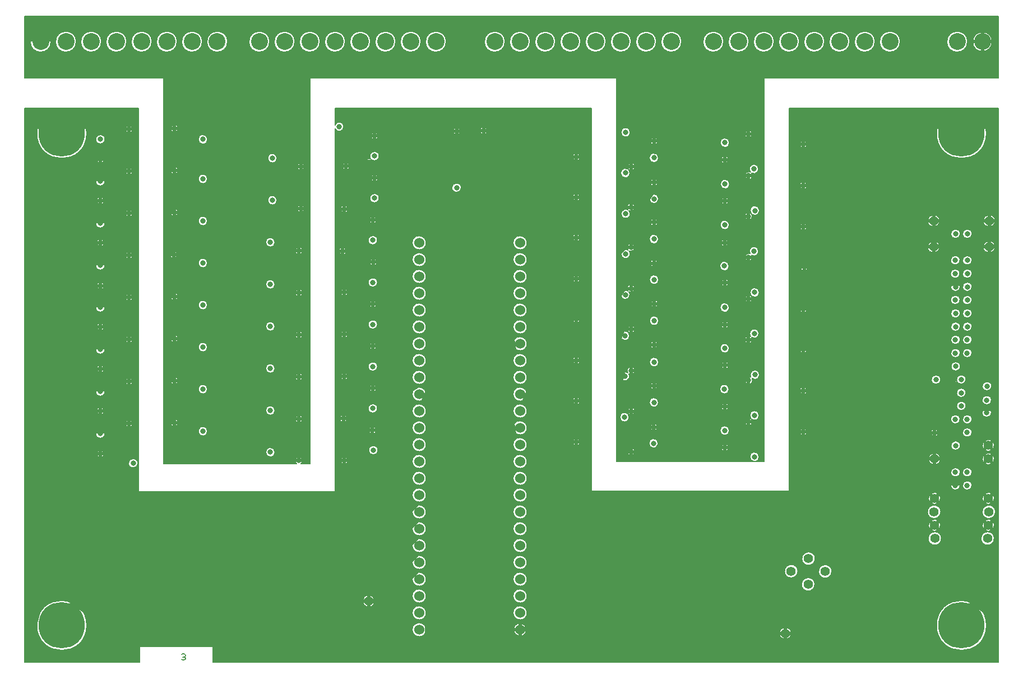
<source format=gbr>
%FSLAX23Y23*%
%MOIN*%
G04 EasyPC Gerber Version 17.0 Build 3379 *
%ADD10C,0.00500*%
%ADD20C,0.02000*%
%ADD70C,0.03200*%
%ADD19C,0.05600*%
%ADD13C,0.06000*%
%ADD76C,0.10000*%
%ADD12C,0.27500*%
X0Y0D02*
D02*
D10*
X58Y3353D02*
Y58D01*
X740*
Y153*
X1178*
Y58*
X5848*
Y3353*
X4603*
Y1077*
X3428*
Y3353*
X1903*
Y3254*
G75*
G02X1955Y3243I25J-11*
G01*
G75*
G02X1903Y3231I-28*
G01*
Y1073*
X733*
Y3353*
X58*
X129Y278D02*
G75*
G02X427I149D01*
G01*
G75*
G02X129I-149*
G01*
Y3203D02*
G75*
G02X427I149D01*
G01*
G75*
G02X129I-149*
G01*
X480Y1418D02*
G75*
G02X535I28D01*
G01*
G75*
G02X480I-28*
G01*
Y1668D02*
G75*
G02X535I28D01*
G01*
G75*
G02X480I-28*
G01*
Y1918D02*
G75*
G02X535I28D01*
G01*
G75*
G02X480I-28*
G01*
Y2168D02*
G75*
G02X535I28D01*
G01*
G75*
G02X480I-28*
G01*
Y2418D02*
G75*
G02X535I28D01*
G01*
G75*
G02X480I-28*
G01*
Y2668D02*
G75*
G02X535I28D01*
G01*
G75*
G02X480I-28*
G01*
Y2918D02*
G75*
G02X535I28D01*
G01*
G75*
G02X480I-28*
G01*
Y3168D02*
G75*
G02X535I28D01*
G01*
G75*
G02X480I-28*
G01*
X484Y1298D02*
G75*
G02X531I23D01*
G01*
G75*
G02X484I-23*
G01*
Y1553D02*
G75*
G02X531I23D01*
G01*
G75*
G02X484I-23*
G01*
Y1803D02*
G75*
G02X531I23D01*
G01*
G75*
G02X484I-23*
G01*
Y2053D02*
G75*
G02X531I23D01*
G01*
G75*
G02X484I-23*
G01*
Y2297D02*
G75*
G02X531I23D01*
G01*
G75*
G02X484I-23*
G01*
Y2553D02*
G75*
G02X531I23D01*
G01*
G75*
G02X484I-23*
G01*
Y2803D02*
G75*
G02X531I23D01*
G01*
G75*
G02X484I-23*
G01*
Y3048D02*
G75*
G02X531I23D01*
G01*
G75*
G02X484I-23*
G01*
X654Y1478D02*
G75*
G02X701I23D01*
G01*
G75*
G02X654I-23*
G01*
Y1728D02*
G75*
G02X701I23D01*
G01*
G75*
G02X654I-23*
G01*
Y1978D02*
G75*
G02X701I23D01*
G01*
G75*
G02X654I-23*
G01*
Y2228D02*
G75*
G02X701I23D01*
G01*
G75*
G02X654I-23*
G01*
Y2478D02*
G75*
G02X701I23D01*
G01*
G75*
G02X654I-23*
G01*
Y2728D02*
G75*
G02X701I23D01*
G01*
G75*
G02X654I-23*
G01*
Y2978D02*
G75*
G02X701I23D01*
G01*
G75*
G02X654I-23*
G01*
Y3228D02*
G75*
G02X701I23D01*
G01*
G75*
G02X654I-23*
G01*
X675Y1242D02*
G75*
G02X730I28D01*
G01*
G75*
G02X675I-28*
G01*
X1924Y2503D02*
G75*
G02X1971I23D01*
G01*
G75*
G02X1924I-23*
G01*
X1929Y1508D02*
G75*
G02X1976I23D01*
G01*
G75*
G02X1929I-23*
G01*
X1934Y1258D02*
G75*
G02X1981I23D01*
G01*
G75*
G02X1934I-23*
G01*
Y1758D02*
G75*
G02X1981I23D01*
G01*
G75*
G02X1934I-23*
G01*
Y2008D02*
G75*
G02X1981I23D01*
G01*
G75*
G02X1934I-23*
G01*
Y2258D02*
G75*
G02X1981I23D01*
G01*
G75*
G02X1934I-23*
G01*
Y2753D02*
G75*
G02X1981I23D01*
G01*
G75*
G02X1934I-23*
G01*
X1944Y3008D02*
G75*
G02X1991I23D01*
G01*
G75*
G02X1944I-23*
G01*
X2100Y1568D02*
G75*
G02X2155I28D01*
G01*
G75*
G02X2100I-28*
G01*
Y1817D02*
G75*
G02X2155I28D01*
G01*
G75*
G02X2100I-28*
G01*
Y2067D02*
G75*
G02X2155I28D01*
G01*
G75*
G02X2100I-28*
G01*
Y2317D02*
G75*
G02X2155I28D01*
G01*
G75*
G02X2100I-28*
G01*
Y2568D02*
G75*
G02X2155I28D01*
G01*
G75*
G02X2100I-28*
G01*
X2102Y1438D02*
G75*
G02X2149I23D01*
G01*
G75*
G02X2102I-23*
G01*
X2103Y458D02*
G75*
G02Y387J-36D01*
G01*
G75*
G02Y458J36*
G01*
Y1320D02*
G75*
G02X2158I28D01*
G01*
G75*
G02X2103I-28*
G01*
X2104Y1688D02*
G75*
G02X2151I23D01*
G01*
G75*
G02X2104I-23*
G01*
Y1938D02*
G75*
G02X2151I23D01*
G01*
G75*
G02X2104I-23*
G01*
Y2188D02*
G75*
G02X2151I23D01*
G01*
G75*
G02X2104I-23*
G01*
Y2688D02*
G75*
G02X2151I23D01*
G01*
G75*
G02X2104I-23*
G01*
X2107Y2438D02*
G75*
G02X2154I23D01*
G01*
G75*
G02X2107I-23*
G01*
X2110Y2818D02*
G75*
G02X2165I28D01*
G01*
G75*
G02X2110I-28*
G01*
Y3068D02*
G75*
G02X2165I28D01*
G01*
G75*
G02X2110I-28*
G01*
X2114Y2938D02*
G75*
G02X2161I23D01*
G01*
G75*
G02X2114I-23*
G01*
Y3188D02*
G75*
G02X2161I23D01*
G01*
G75*
G02X2114I-23*
G01*
X2403Y294D02*
G75*
G02Y211J-42D01*
G01*
G75*
G02Y294J42*
G01*
Y394D02*
G75*
G02Y311J-42D01*
G01*
G75*
G02Y394J42*
G01*
Y494D02*
G75*
G02Y411J-42D01*
G01*
G75*
G02Y494J42*
G01*
Y594D02*
G75*
G02Y511J-42D01*
G01*
G75*
G02Y594J42*
G01*
Y694D02*
G75*
G02Y611J-42D01*
G01*
G75*
G02Y694J42*
G01*
Y794D02*
G75*
G02Y711J-42D01*
G01*
G75*
G02Y794J42*
G01*
Y894D02*
G75*
G02Y811J-42D01*
G01*
G75*
G02Y894J42*
G01*
Y994D02*
G75*
G02Y911J-42D01*
G01*
G75*
G02Y994J42*
G01*
Y1094D02*
G75*
G02Y1011J-42D01*
G01*
G75*
G02Y1094J42*
G01*
Y1194D02*
G75*
G02Y1111J-42D01*
G01*
G75*
G02Y1194J42*
G01*
Y1294D02*
G75*
G02Y1211J-42D01*
G01*
G75*
G02Y1294J42*
G01*
Y1394D02*
G75*
G02Y1311J-42D01*
G01*
G75*
G02Y1394J42*
G01*
Y1494D02*
G75*
G02Y1411J-42D01*
G01*
G75*
G02Y1494J42*
G01*
Y1594D02*
G75*
G02Y1511J-42D01*
G01*
G75*
G02Y1594J42*
G01*
Y1694D02*
G75*
G02Y1611J-42D01*
G01*
G75*
G02Y1694J42*
G01*
Y1794D02*
G75*
G02Y1711J-42D01*
G01*
G75*
G02Y1794J42*
G01*
Y1894D02*
G75*
G02Y1811J-42D01*
G01*
G75*
G02Y1894J42*
G01*
Y1994D02*
G75*
G02Y1911J-42D01*
G01*
G75*
G02Y1994J42*
G01*
Y2094D02*
G75*
G02Y2011J-42D01*
G01*
G75*
G02Y2094J42*
G01*
Y2194D02*
G75*
G02Y2111J-42D01*
G01*
G75*
G02Y2194J42*
G01*
Y2294D02*
G75*
G02Y2211J-42D01*
G01*
G75*
G02Y2294J42*
G01*
Y2394D02*
G75*
G02Y2311J-42D01*
G01*
G75*
G02Y2394J42*
G01*
Y2494D02*
G75*
G02Y2411J-42D01*
G01*
G75*
G02Y2494J42*
G01*
Y2594D02*
G75*
G02Y2511J-42D01*
G01*
G75*
G02Y2594J42*
G01*
X2598Y2880D02*
G75*
G02X2653I28D01*
G01*
G75*
G02X2598I-28*
G01*
X2602Y3217D02*
G75*
G02X2649I23D01*
G01*
G75*
G02X2602I-23*
G01*
X2762Y3219D02*
G75*
G02X2809I23D01*
G01*
G75*
G02X2762I-23*
G01*
X3003Y290D02*
G75*
G02Y215J-38D01*
G01*
G75*
G02Y290J38*
G01*
Y394D02*
G75*
G02Y311J-42D01*
G01*
G75*
G02Y394J42*
G01*
Y494D02*
G75*
G02Y411J-42D01*
G01*
G75*
G02Y494J42*
G01*
Y594D02*
G75*
G02Y511J-42D01*
G01*
G75*
G02Y594J42*
G01*
Y694D02*
G75*
G02Y611J-42D01*
G01*
G75*
G02Y694J42*
G01*
Y794D02*
G75*
G02Y711J-42D01*
G01*
G75*
G02Y794J42*
G01*
Y894D02*
G75*
G02Y811J-42D01*
G01*
G75*
G02Y894J42*
G01*
Y994D02*
G75*
G02Y911J-42D01*
G01*
G75*
G02Y994J42*
G01*
Y1094D02*
G75*
G02Y1011J-42D01*
G01*
G75*
G02Y1094J42*
G01*
Y1194D02*
G75*
G02Y1111J-42D01*
G01*
G75*
G02Y1194J42*
G01*
Y1294D02*
G75*
G02Y1211J-42D01*
G01*
G75*
G02Y1294J42*
G01*
Y1394D02*
G75*
G02Y1311J-42D01*
G01*
G75*
G02Y1394J42*
G01*
Y1494D02*
G75*
G02Y1411J-42D01*
G01*
G75*
G02Y1494J42*
G01*
Y1594D02*
G75*
G02Y1511J-42D01*
G01*
G75*
G02Y1594J42*
G01*
Y1694D02*
G75*
G02Y1611J-42D01*
G01*
G75*
G02Y1694J42*
G01*
Y1794D02*
G75*
G02Y1711J-42D01*
G01*
G75*
G02Y1794J42*
G01*
Y1894D02*
G75*
G02Y1811J-42D01*
G01*
G75*
G02Y1894J42*
G01*
Y1994D02*
G75*
G02Y1911J-42D01*
G01*
G75*
G02Y1994J42*
G01*
Y2094D02*
G75*
G02Y2011J-42D01*
G01*
G75*
G02Y2094J42*
G01*
Y2194D02*
G75*
G02Y2111J-42D01*
G01*
G75*
G02Y2194J42*
G01*
Y2294D02*
G75*
G02Y2211J-42D01*
G01*
G75*
G02Y2294J42*
G01*
Y2394D02*
G75*
G02Y2311J-42D01*
G01*
G75*
G02Y2394J42*
G01*
Y2494D02*
G75*
G02Y2411J-42D01*
G01*
G75*
G02Y2494J42*
G01*
Y2594D02*
G75*
G02Y2511J-42D01*
G01*
G75*
G02Y2594J42*
G01*
X3314Y1368D02*
G75*
G02X3361I23D01*
G01*
G75*
G02X3314I-23*
G01*
Y1613D02*
G75*
G02X3361I23D01*
G01*
G75*
G02X3314I-23*
G01*
Y1853D02*
G75*
G02X3361I23D01*
G01*
G75*
G02X3314I-23*
G01*
Y2098D02*
G75*
G02X3361I23D01*
G01*
G75*
G02X3314I-23*
G01*
Y2338D02*
G75*
G02X3361I23D01*
G01*
G75*
G02X3314I-23*
G01*
Y2583D02*
G75*
G02X3361I23D01*
G01*
G75*
G02X3314I-23*
G01*
Y2823D02*
G75*
G02X3361I23D01*
G01*
G75*
G02X3314I-23*
G01*
Y3063D02*
G75*
G02X3361I23D01*
G01*
G75*
G02X3314I-23*
G01*
X4545Y231D02*
G75*
G02X4616I36D01*
G01*
G75*
G02X4545I-36*
G01*
X4576Y600D02*
G75*
G02X4655I40D01*
G01*
G75*
G02X4576I-40*
G01*
X4664Y1428D02*
G75*
G02X4711I23D01*
G01*
G75*
G02X4664I-23*
G01*
Y1673D02*
G75*
G02X4711I23D01*
G01*
G75*
G02X4664I-23*
G01*
Y1918D02*
G75*
G02X4711I23D01*
G01*
G75*
G02X4664I-23*
G01*
Y2158D02*
G75*
G02X4711I23D01*
G01*
G75*
G02X4664I-23*
G01*
Y2648D02*
G75*
G02X4711I23D01*
G01*
G75*
G02X4664I-23*
G01*
Y2893D02*
G75*
G02X4711I23D01*
G01*
G75*
G02X4664I-23*
G01*
Y3138D02*
G75*
G02X4711I23D01*
G01*
G75*
G02X4664I-23*
G01*
X4669Y2408D02*
G75*
G02X4716I23D01*
G01*
G75*
G02X4669I-23*
G01*
X4677Y522D02*
G75*
G02X4756I40D01*
G01*
G75*
G02X4677I-40*
G01*
X4679Y675D02*
G75*
G02X4758I40D01*
G01*
G75*
G02X4679I-40*
G01*
X4778Y599D02*
G75*
G02X4857I40D01*
G01*
G75*
G02X4778I-40*
G01*
X5426Y953D02*
G75*
G02X5505I40D01*
G01*
G75*
G02X5426I-40*
G01*
X5427Y2528D02*
G75*
G02X5498I36D01*
G01*
G75*
G02X5427I-36*
G01*
Y2683D02*
G75*
G02X5498I36D01*
G01*
G75*
G02X5427I-36*
G01*
X5430Y795D02*
G75*
G02X5509I40D01*
G01*
G75*
G02X5430I-40*
G01*
X5432Y873D02*
G75*
G02X5503I36D01*
G01*
G75*
G02X5432I-36*
G01*
Y1033D02*
G75*
G02X5503I36D01*
G01*
G75*
G02X5432I-36*
G01*
Y1268D02*
G75*
G02X5503I36D01*
G01*
G75*
G02X5432I-36*
G01*
X5444Y1423D02*
G75*
G02X5491I23D01*
G01*
G75*
G02X5444I-23*
G01*
X5449Y1739D02*
G75*
G02X5504I28D01*
G01*
G75*
G02X5449I-28*
G01*
X5479Y278D02*
G75*
G02X5777I149D01*
G01*
G75*
G02X5479I-149*
G01*
Y3203D02*
G75*
G02X5777I149D01*
G01*
G75*
G02X5479I-149*
G01*
X5563Y2369D02*
G75*
G02X5618I28D01*
G01*
G75*
G02X5563I-28*
G01*
X5564Y1503D02*
G75*
G02X5619I28D01*
G01*
G75*
G02X5564I-28*
G01*
X5564Y2213D02*
G75*
G02X5619I28D01*
G01*
G75*
G02X5564I-28*
G01*
Y2449D02*
G75*
G02X5619I28D01*
G01*
G75*
G02X5564I-28*
G01*
X5565Y1110D02*
G75*
G02X5620I28D01*
G01*
G75*
G02X5565I-28*
G01*
Y1188D02*
G75*
G02X5620I28D01*
G01*
G75*
G02X5565I-28*
G01*
Y1897D02*
G75*
G02X5620I28D01*
G01*
G75*
G02X5565I-28*
G01*
Y1976D02*
G75*
G02X5620I28D01*
G01*
G75*
G02X5565I-28*
G01*
X5565Y2054D02*
G75*
G02X5620I28D01*
G01*
G75*
G02X5565I-28*
G01*
Y2133D02*
G75*
G02X5620I28D01*
G01*
G75*
G02X5565I-28*
G01*
Y2291D02*
G75*
G02X5620I28D01*
G01*
G75*
G02X5565I-28*
G01*
Y2606D02*
G75*
G02X5620I28D01*
G01*
G75*
G02X5565I-28*
G01*
X5566Y1347D02*
G75*
G02X5621I28D01*
G01*
G75*
G02X5566I-28*
G01*
Y1818D02*
G75*
G02X5621I28D01*
G01*
G75*
G02X5566I-28*
G01*
X5599Y1583D02*
G75*
G02X5654I28D01*
G01*
G75*
G02X5599I-28*
G01*
Y1661D02*
G75*
G02X5654I28D01*
G01*
G75*
G02X5599I-28*
G01*
Y1740D02*
G75*
G02X5654I28D01*
G01*
G75*
G02X5599I-28*
G01*
X5635Y1110D02*
G75*
G02X5690I28D01*
G01*
G75*
G02X5635I-28*
G01*
Y1188D02*
G75*
G02X5690I28D01*
G01*
G75*
G02X5635I-28*
G01*
Y1425D02*
G75*
G02X5690I28D01*
G01*
G75*
G02X5635I-28*
G01*
Y1503D02*
G75*
G02X5690I28D01*
G01*
G75*
G02X5635I-28*
G01*
Y1897D02*
G75*
G02X5690I28D01*
G01*
G75*
G02X5635I-28*
G01*
Y1976D02*
G75*
G02X5690I28D01*
G01*
G75*
G02X5635I-28*
G01*
X5635Y2054D02*
G75*
G02X5690I28D01*
G01*
G75*
G02X5635I-28*
G01*
Y2133D02*
G75*
G02X5690I28D01*
G01*
G75*
G02X5635I-28*
G01*
Y2212D02*
G75*
G02X5690I28D01*
G01*
G75*
G02X5635I-28*
G01*
Y2291D02*
G75*
G02X5690I28D01*
G01*
G75*
G02X5635I-28*
G01*
Y2369D02*
G75*
G02X5690I28D01*
G01*
G75*
G02X5635I-28*
G01*
Y2448D02*
G75*
G02X5690I28D01*
G01*
G75*
G02X5635I-28*
G01*
Y2606D02*
G75*
G02X5690I28D01*
G01*
G75*
G02X5635I-28*
G01*
X5744Y795D02*
G75*
G02X5823I40D01*
G01*
G75*
G02X5744I-40*
G01*
X5751Y953D02*
G75*
G02X5830I40D01*
G01*
G75*
G02X5751I-40*
G01*
X5751Y1543D02*
G75*
G02X5806I28D01*
G01*
G75*
G02X5751I-28*
G01*
Y1617D02*
G75*
G02X5806I28D01*
G01*
G75*
G02X5751I-28*
G01*
X5752Y873D02*
G75*
G02X5823I36D01*
G01*
G75*
G02X5752I-36*
G01*
Y1033D02*
G75*
G02X5823I36D01*
G01*
G75*
G02X5752I-36*
G01*
Y1268D02*
G75*
G02X5823I36D01*
G01*
G75*
G02X5752I-36*
G01*
Y1348D02*
G75*
G02X5823I36D01*
G01*
G75*
G02X5752I-36*
G01*
X5752Y1700D02*
G75*
G02X5807I28D01*
G01*
G75*
G02X5752I-28*
G01*
X5757Y2528D02*
G75*
G02X5828I36D01*
G01*
G75*
G02X5757I-36*
G01*
Y2683D02*
G75*
G02X5828I36D01*
G01*
G75*
G02X5757I-36*
G01*
X58Y278D02*
G36*
Y231D01*
X136*
G75*
G02X129Y278I141J47*
G01*
X58*
G37*
X129D02*
G36*
G75*
G02X149Y353I149D01*
G01*
X58*
Y278*
X129*
G37*
X427D02*
G36*
G75*
G02X419Y231I-149D01*
G01*
X2367*
G75*
G02X2369Y278I35J22*
G01*
X427*
G37*
X2369D02*
G36*
G75*
G02X2403Y294I33J-25D01*
G01*
G75*
G02X2436Y278J-42*
G01*
X2975*
G75*
G02X3003Y290I28J-25*
G01*
G75*
G02X3030Y278J-38*
G01*
X5479*
G75*
G02X5499Y353I149*
G01*
X3044*
G75*
G02X3003Y311I-42*
G01*
G75*
G02X2961Y353J42*
G01*
X2444*
G75*
G02X2403Y311I-42*
G01*
G75*
G02X2361Y353J42*
G01*
X406*
G75*
G02X427Y278I-129J-75*
G01*
X2369*
G37*
X2436D02*
G36*
G75*
G02X2438Y231I-33J-25D01*
G01*
X2972*
G75*
G02X2975Y278I30J22*
G01*
X2436*
G37*
X3030D02*
G36*
G75*
G02X3033Y231I-28J-25D01*
G01*
X4545*
G75*
G02X4616I36*
G01*
X5486*
G75*
G02X5479Y278I141J47*
G01*
X3030*
G37*
X5777D02*
G36*
G75*
G02X5769Y231I-149D01*
G01*
X5848*
Y278*
X5777*
G37*
X5848D02*
G36*
Y353D01*
X5756*
G75*
G02X5777Y278I-129J-75*
G01*
X5848*
G37*
X58Y3203D02*
G36*
Y3168D01*
X133*
G75*
G02X129Y3203I145J35*
G01*
X58*
G37*
X129D02*
G36*
G75*
G02X131Y3228I149J0D01*
G01*
X58*
Y3203*
X129*
G37*
X427D02*
G36*
G75*
G02X422Y3168I-149D01*
G01*
X480*
G75*
G02X535I28*
G01*
X733*
Y3203*
X427*
G37*
X733D02*
G36*
Y3228D01*
X701*
G75*
G02X654I-23*
G01*
X424*
G75*
G02X427Y3203I-147J-25*
G01*
X733*
G37*
X1903D02*
G36*
Y3168D01*
X2125*
G75*
G02X2114Y3188I12J20*
G01*
G75*
G02X2119Y3203I23*
G01*
X1903*
G37*
X2119D02*
G36*
G75*
G02X2156I18J-15D01*
G01*
X2608*
G75*
G02X2602Y3217I18J15*
G01*
G75*
G02X2605Y3228I23*
G01*
X1951*
G75*
G02X1903Y3231I-23J15*
G01*
Y3203*
X2119*
G37*
X2156D02*
G36*
G75*
G02X2161Y3188I-18J-15D01*
G01*
G75*
G02X2150Y3168I-23*
G01*
X3428*
Y3203*
X2803*
G75*
G02X2769I-17J16*
G01*
X2644*
G75*
G02X2608I-18J15*
G01*
X2156*
G37*
X2769D02*
G36*
G75*
G02X2762Y3219I17J16D01*
G01*
G75*
G02X2764Y3228I23J0*
G01*
X2647*
G75*
G02X2649Y3217I-21J-10*
G01*
G75*
G02X2644Y3203I-23*
G01*
X2769*
G37*
X3428D02*
G36*
Y3228D01*
X2807*
G75*
G02X2809Y3219I-22J-9*
G01*
G75*
G02X2803Y3203I-23*
G01*
X3428*
G37*
X4603D02*
G36*
Y3168D01*
X5483*
G75*
G02X5479Y3203I145J35*
G01*
X4603*
G37*
X5479D02*
G36*
G75*
G02X5481Y3228I149J0D01*
G01*
X4603*
Y3203*
X5479*
G37*
X5777D02*
G36*
G75*
G02X5772Y3168I-149D01*
G01*
X5848*
Y3203*
X5777*
G37*
X5848D02*
G36*
Y3228D01*
X5774*
G75*
G02X5777Y3203I-147J-25*
G01*
X5848*
G37*
X58Y1418D02*
G36*
Y1298D01*
X484*
G75*
G02X531I23*
G01*
X733*
Y1418*
X535*
G75*
G02X480I-28*
G01*
X58*
G37*
X480D02*
G36*
G75*
G02X535I28D01*
G01*
X733*
Y1478*
X701*
G75*
G02X654I-23*
G01*
X58*
Y1418*
X480*
G37*
X1903D02*
G36*
Y1353D01*
X2361*
G75*
G02X2403Y1394I42*
G01*
G75*
G02X2444Y1353J-42*
G01*
X2961*
G75*
G02X3003Y1394I42*
G01*
G75*
G02X3044Y1353J-42*
G01*
X3319*
G75*
G02X3314Y1368I18J15*
G01*
G75*
G02X3361I23*
G01*
G75*
G02X3356Y1353I-23*
G01*
X3428*
Y1418*
X3025*
G75*
G02X3003Y1411I-22J35*
G01*
G75*
G02X2980Y1418J42*
G01*
X2425*
G75*
G02X2403Y1411I-22J35*
G01*
G75*
G02X2380Y1418J42*
G01*
X2137*
G75*
G02X2113I-12J20*
G01*
X1903*
G37*
X2113D02*
G36*
G75*
G02X2102Y1438I12J20D01*
G01*
G75*
G02X2149I23*
G01*
G75*
G02X2137Y1418I-23*
G01*
X2380*
G75*
G02X2369Y1478I22J35*
G01*
X1903*
Y1418*
X2113*
G37*
X2980D02*
G36*
G75*
G02X2969Y1478I22J35D01*
G01*
X2436*
G75*
G02X2425Y1418I-33J-25*
G01*
X2980*
G37*
X3428D02*
G36*
Y1478D01*
X3036*
G75*
G02X3025Y1418I-33J-25*
G01*
X3428*
G37*
X4603D02*
G36*
Y1353D01*
X5567*
G75*
G02X5621I27J-6*
G01*
X5752*
G75*
G02X5823I35J-5*
G01*
X5848*
Y1418*
X5689*
G75*
G02X5636I-26J8*
G01*
X5490*
G75*
G02X5445I-23J5*
G01*
X4709*
G75*
G02X4666I-21J10*
G01*
X4603*
G37*
X4666D02*
G36*
G75*
G02X4664Y1428I21J10D01*
G01*
G75*
G02X4711I23*
G01*
G75*
G02X4709Y1418I-23J0*
G01*
X5445*
G75*
G02X5444Y1423I23J5*
G01*
G75*
G02X5491I23*
G01*
G75*
G02X5490Y1418I-23J0*
G01*
X5636*
G75*
G02X5635Y1425I26J8*
G01*
G75*
G02X5690I28*
G01*
G75*
G02X5689Y1418I-28J0*
G01*
X5848*
Y1478*
X5673*
G75*
G02X5651I-11J25*
G01*
X5602*
G75*
G02X5580I-11J25*
G01*
X4603*
Y1418*
X4666*
G37*
X58Y1668D02*
G36*
Y1553D01*
X484*
G75*
G02X531I23*
G01*
X733*
Y1668*
X535*
G75*
G02X480I-28*
G01*
X58*
G37*
X480D02*
G36*
G75*
G02X535I28D01*
G01*
X733*
Y1728*
X701*
G75*
G02X654I-23*
G01*
X58*
Y1668*
X480*
G37*
X1903D02*
G36*
Y1613D01*
X2391*
G75*
G02X2364Y1668I11J40*
G01*
X2140*
G75*
G02X2115I-12J20*
G01*
X1903*
G37*
X2115D02*
G36*
G75*
G02X2104Y1688I12J20D01*
G01*
G75*
G02X2107Y1700I23J0*
G01*
X1903*
Y1668*
X2115*
G37*
X2364D02*
G36*
G75*
G02X2403Y1694I39J-15D01*
G01*
G75*
G02X2441Y1668J-42*
G01*
X2964*
G75*
G02X3003Y1694I39J-15*
G01*
G75*
G02X3041Y1668J-42*
G01*
X3428*
Y1700*
X2148*
G75*
G02X2151Y1688I-20J-12*
G01*
G75*
G02X2140Y1668I-23*
G01*
X2364*
G37*
X2441D02*
G36*
G75*
G02X2414Y1613I-39J-15D01*
G01*
X2991*
G75*
G02X2964Y1668I11J40*
G01*
X2441*
G37*
X3041D02*
G36*
G75*
G02X3014Y1613I-39J-15D01*
G01*
X3314*
G75*
G02X3361I23*
G01*
X3428*
Y1668*
X3041*
G37*
X4603D02*
G36*
Y1613D01*
X5751*
G75*
G02X5751Y1617I27J5*
G01*
G75*
G02X5806I28*
G01*
G75*
G02X5805Y1613I-28J0*
G01*
X5848*
Y1668*
X5653*
G75*
G02X5654Y1661I-27J-6*
G01*
G75*
G02X5599I-28*
G01*
G75*
G02X5599Y1668I28J0*
G01*
X4710*
G75*
G02X4665I-23J5*
G01*
X4603*
G37*
X4665D02*
G36*
G75*
G02X4664Y1673I23J5D01*
G01*
G75*
G02X4711I23*
G01*
G75*
G02X4710Y1668I-23J0*
G01*
X5599*
G75*
G02X5653I27J-6*
G01*
X5848*
Y1700*
X5807*
G75*
G02X5752I-28*
G01*
X4603*
Y1668*
X4665*
G37*
X58Y1918D02*
G36*
Y1803D01*
X484*
G75*
G02X531I23*
G01*
X733*
Y1918*
X535*
G75*
G02X480I-28*
G01*
X58*
G37*
X480D02*
G36*
G75*
G02X535I28D01*
G01*
X733*
Y1978*
X701*
G75*
G02X654I-23*
G01*
X58*
Y1918*
X480*
G37*
X1903D02*
G36*
Y1853D01*
X2361*
G75*
G02X2403Y1894I42*
G01*
G75*
G02X2444Y1853J-42*
G01*
X2961*
G75*
G02X3003Y1894I42*
G01*
G75*
G02X3044Y1853J-42*
G01*
X3314*
G75*
G02X3361I23*
G01*
X3428*
Y1918*
X3025*
G75*
G02X3003Y1911I-22J35*
G01*
G75*
G02X2980Y1918J42*
G01*
X2425*
G75*
G02X2403Y1911I-22J35*
G01*
G75*
G02X2380Y1918J42*
G01*
X2140*
G75*
G02X2115I-12J20*
G01*
X1903*
G37*
X2115D02*
G36*
G75*
G02X2104Y1938I12J20D01*
G01*
G75*
G02X2151I23*
G01*
G75*
G02X2140Y1918I-23*
G01*
X2380*
G75*
G02X2369Y1978I22J35*
G01*
X1903*
Y1918*
X2115*
G37*
X2980D02*
G36*
G75*
G02X2969Y1978I22J35D01*
G01*
X2436*
G75*
G02X2425Y1918I-33J-25*
G01*
X2980*
G37*
X3428D02*
G36*
Y1978D01*
X3036*
G75*
G02X3025Y1918I-33J-25*
G01*
X3428*
G37*
X4603D02*
G36*
Y1803D01*
X5571*
G75*
G02X5566Y1818I22J16*
G01*
G75*
G02X5621I28*
G01*
G75*
G02X5616Y1803I-28*
G01*
X5848*
Y1918*
X5681*
G75*
G02X5690Y1897I-18J-20*
G01*
G75*
G02X5635I-28*
G01*
G75*
G02X5644Y1918I28*
G01*
X5611*
G75*
G02X5620Y1897I-18J-20*
G01*
G75*
G02X5565I-28*
G01*
G75*
G02X5574Y1918I28*
G01*
X4711*
G75*
G02X4664I-23*
G01*
X4603*
G37*
X4664D02*
G36*
G75*
G02X4711I23D01*
G01*
X5574*
G75*
G02X5611I18J-20*
G01*
X5644*
G75*
G02X5681I18J-20*
G01*
X5848*
Y1978*
X5690*
G75*
G02X5690Y1976I-27J-2*
G01*
G75*
G02X5635I-28*
G01*
G75*
G02X5635Y1978I28J0*
G01*
X5620*
G75*
G02X5620Y1976I-27J-2*
G01*
G75*
G02X5565I-28*
G01*
G75*
G02X5565Y1978I28J0*
G01*
X4603*
Y1918*
X4664*
G37*
X58Y2168D02*
G36*
Y2053D01*
X484*
G75*
G02X531I23*
G01*
X733*
Y2168*
X535*
G75*
G02X480I-28*
G01*
X58*
G37*
X480D02*
G36*
G75*
G02X535I28D01*
G01*
X733*
Y2228*
X701*
G75*
G02X654I-23*
G01*
X58*
Y2168*
X480*
G37*
X1903D02*
G36*
Y2133D01*
X2366*
G75*
G02X2364Y2168I37J20*
G01*
X2140*
G75*
G02X2115I-12J20*
G01*
X1903*
G37*
X2115D02*
G36*
G75*
G02X2104Y2188I12J20D01*
G01*
G75*
G02X2151I23*
G01*
G75*
G02X2140Y2168I-23*
G01*
X2364*
G75*
G02X2403Y2194I39J-15*
G01*
G75*
G02X2441Y2168J-42*
G01*
X2964*
G75*
G02X3003Y2194I39J-15*
G01*
G75*
G02X3041Y2168J-42*
G01*
X3428*
Y2228*
X3036*
G75*
G02X3003Y2211I-33J25*
G01*
G75*
G02X2969Y2228J42*
G01*
X2436*
G75*
G02X2403Y2211I-33J25*
G01*
G75*
G02X2369Y2228J42*
G01*
X1903*
Y2168*
X2115*
G37*
X2441D02*
G36*
G75*
G02X2439Y2133I-39J-15D01*
G01*
X2966*
G75*
G02X2964Y2168I37J20*
G01*
X2441*
G37*
X3041D02*
G36*
G75*
G02X3039Y2133I-39J-15D01*
G01*
X3428*
Y2168*
X3041*
G37*
X4603D02*
G36*
Y2133D01*
X5565*
G75*
G02X5620I28*
G01*
X5635*
Y2133*
G75*
G02X5690I28*
G01*
Y2133*
X5848*
Y2168*
X4709*
G75*
G02X4711Y2158I-21J-10*
G01*
G75*
G02X4664I-23*
G01*
G75*
G02X4666Y2168I23J0*
G01*
X4603*
G37*
X4666D02*
G36*
G75*
G02X4709I21J-10D01*
G01*
X5848*
Y2228*
X5685*
G75*
G02X5690Y2212I-23J-16*
G01*
G75*
G02X5635I-28*
G01*
G75*
G02X5640Y2228I28J0*
G01*
X5615*
G75*
G02X5619Y2213I-23J-15*
G01*
G75*
G02X5564I-28*
G01*
G75*
G02X5569Y2228I28*
G01*
X4603*
Y2168*
X4666*
G37*
X58Y2418D02*
G36*
Y2297D01*
X484*
G75*
G02X531I23*
G01*
X733*
Y2418*
X535*
G75*
G02X480I-28*
G01*
X58*
G37*
X480D02*
G36*
G75*
G02X535I28D01*
G01*
X733*
Y2478*
X701*
G75*
G02X654I-23*
G01*
X58*
Y2418*
X480*
G37*
X1903D02*
G36*
Y2353D01*
X2361*
G75*
G02X2403Y2394I42*
G01*
G75*
G02X2444Y2353J-42*
G01*
X2961*
G75*
G02X3003Y2394I42*
G01*
G75*
G02X3044Y2353J-42*
G01*
X3319*
G75*
G02X3356I18J-15*
G01*
X3428*
Y2418*
X3025*
G75*
G02X3003Y2411I-22J35*
G01*
G75*
G02X2980Y2418J42*
G01*
X2425*
G75*
G02X2403Y2411I-22J35*
G01*
G75*
G02X2380Y2418J42*
G01*
X2142*
G75*
G02X2118I-12J20*
G01*
X1903*
G37*
X2118D02*
G36*
G75*
G02X2107Y2438I12J20D01*
G01*
G75*
G02X2109Y2449I23J0*
G01*
X1903*
Y2418*
X2118*
G37*
X2380D02*
G36*
G75*
G02X2361Y2449I22J35D01*
G01*
X2151*
G75*
G02X2154Y2438I-21J-11*
G01*
G75*
G02X2142Y2418I-23*
G01*
X2380*
G37*
X2980D02*
G36*
G75*
G02X2961Y2449I22J35D01*
G01*
X2444*
G75*
G02X2425Y2418I-41J4*
G01*
X2980*
G37*
X3428D02*
G36*
Y2449D01*
X3044*
G75*
G02X3025Y2418I-41J4*
G01*
X3428*
G37*
X4603D02*
G36*
Y2353D01*
X5568*
G75*
G02X5563Y2369I22J16*
G01*
G75*
G02X5618I28*
G01*
G75*
G02X5613Y2353I-28*
G01*
X5641*
G75*
G02X5635Y2369I22J17*
G01*
G75*
G02X5690I28*
G01*
G75*
G02X5684Y2353I-28*
G01*
X5848*
Y2418*
X4714*
G75*
G02X4716Y2408I-21J-10*
G01*
G75*
G02X4669I-23*
G01*
G75*
G02X4671Y2418I23J0*
G01*
X4603*
G37*
X4671D02*
G36*
G75*
G02X4714I21J-10D01*
G01*
X5848*
Y2449*
X5690*
Y2448*
G75*
G02X5635I-28*
G01*
Y2449*
X5619*
G75*
G02X5564I-28*
G01*
X4603*
Y2418*
X4671*
G37*
X58Y2668D02*
G36*
Y2553D01*
X484*
G75*
G02X531I23*
G01*
X733*
Y2668*
X535*
G75*
G02X480I-28*
G01*
X58*
G37*
X480D02*
G36*
G75*
G02X535I28D01*
G01*
X733*
Y2728*
X701*
G75*
G02X654I-23*
G01*
X58*
Y2668*
X480*
G37*
X1903D02*
G36*
Y2583D01*
X2104*
G75*
G02X2151I23J-15*
G01*
X2374*
G75*
G02X2403Y2594I29J-30*
G01*
G75*
G02X2431Y2583J-42*
G01*
X2974*
G75*
G02X3003Y2594I29J-30*
G01*
G75*
G02X3031Y2583J-42*
G01*
X3314*
G75*
G02X3361I23*
G01*
X3428*
Y2668*
X2140*
G75*
G02X2115I-12J20*
G01*
X1903*
G37*
X2115D02*
G36*
G75*
G02X2104Y2688I12J20D01*
G01*
G75*
G02X2151I23*
G01*
G75*
G02X2140Y2668I-23*
G01*
X3428*
Y2753*
X1981*
G75*
G02X1934I-23*
G01*
X1903*
Y2668*
X2115*
G37*
X4603D02*
G36*
Y2583D01*
X5578*
G75*
G02X5565Y2606I15J23*
G01*
G75*
G02X5620I28*
G01*
G75*
G02X5608Y2583I-28*
G01*
X5648*
G75*
G02X5635Y2606I15J23*
G01*
G75*
G02X5690I28*
G01*
G75*
G02X5677Y2583I-28*
G01*
X5848*
Y2668*
X5825*
G75*
G02X5760I-32J15*
G01*
X5495*
G75*
G02X5430I-32J15*
G01*
X4700*
G75*
G02X4711Y2648I-12J-20*
G01*
G75*
G02X4664I-23*
G01*
G75*
G02X4675Y2668I23*
G01*
X4603*
G37*
X4675D02*
G36*
G75*
G02X4700I12J-20D01*
G01*
X5430*
G75*
G02X5427Y2683I32J15*
G01*
G75*
G02X5498I36*
G01*
G75*
G02X5495Y2668I-36J0*
G01*
X5760*
G75*
G02X5757Y2683I32J15*
G01*
G75*
G02X5828I36*
G01*
G75*
G02X5825Y2668I-36J0*
G01*
X5848*
Y2880*
X4708*
G75*
G02X4667I-20J12*
G01*
X4603*
Y2668*
X4675*
G37*
X58Y2918D02*
G36*
Y2803D01*
X484*
G75*
G02X531I23*
G01*
X733*
Y2918*
X535*
G75*
G02X480I-28*
G01*
X58*
G37*
X480D02*
G36*
G75*
G02X535I28D01*
G01*
X733*
Y2978*
X701*
G75*
G02X654I-23*
G01*
X58*
Y2918*
X480*
G37*
X1903D02*
G36*
Y2880D01*
X2598*
G75*
G02X2653I28*
G01*
X3428*
Y2918*
X2150*
G75*
G02X2125I-12J20*
G01*
X1903*
G37*
X2125D02*
G36*
G75*
G02X2114Y2938I12J20D01*
G01*
G75*
G02X2161I23*
G01*
G75*
G02X2150Y2918I-23*
G01*
X3428*
Y3008*
X1991*
G75*
G02X1944I-23*
G01*
X1903*
Y2918*
X2125*
G37*
X58Y3168D02*
G36*
Y3138D01*
X143*
G75*
G02X133Y3168I134J65*
G01*
X58*
G37*
X422D02*
G36*
G75*
G02X412Y3138I-145J35D01*
G01*
X733*
Y3168*
X535*
G75*
G02X480I-28*
G01*
X422*
G37*
X1903D02*
G36*
Y3048D01*
X2119*
G75*
G02X2110Y3068I19J20*
G01*
G75*
G02X2165I28*
G01*
G75*
G02X2156Y3048I-28*
G01*
X3319*
G75*
G02X3314Y3063I18J15*
G01*
G75*
G02X3361I23*
G01*
G75*
G02X3356Y3048I-23*
G01*
X3428*
Y3168*
X2150*
G75*
G02X2125I-12J20*
G01*
X1903*
G37*
X4603D02*
G36*
Y3138D01*
X4664*
G75*
G02X4711I23*
G01*
X5493*
G75*
G02X5483Y3168I134J65*
G01*
X4603*
G37*
X5772D02*
G36*
G75*
G02X5762Y3138I-145J35D01*
G01*
X5848*
Y3168*
X5772*
G37*
X58Y1298D02*
G36*
Y1242D01*
X675*
G75*
G02X730I28*
G01*
X733*
Y1298*
X531*
G75*
G02X484I-23*
G01*
X58*
G37*
X1903D02*
G36*
Y1242D01*
X1939*
G75*
G02X1934Y1258I18J15*
G01*
G75*
G02X1981I23*
G01*
G75*
G02X1976Y1242I-23*
G01*
X2362*
G75*
G02X2403Y1294I40J10*
G01*
G75*
G02X2443Y1242J-42*
G01*
X2962*
G75*
G02X3003Y1294I40J10*
G01*
G75*
G02X3043Y1242J-42*
G01*
X3428*
Y1298*
X2146*
G75*
G02X2114I-16J23*
G01*
X1903*
G37*
X2114D02*
G36*
G75*
G02X2103Y1320I16J23D01*
G01*
G75*
G02X2158I28*
G01*
G75*
G02X2146Y1298I-28*
G01*
X3428*
Y1353*
X3356*
G75*
G02X3319I-18J15*
G01*
X3044*
G75*
G02X3003Y1311I-42*
G01*
G75*
G02X2961Y1353J42*
G01*
X2444*
G75*
G02X2403Y1311I-42*
G01*
G75*
G02X2361Y1353J42*
G01*
X1903*
Y1298*
X2114*
G37*
X4603D02*
G36*
Y1242D01*
X5442*
G75*
G02X5432Y1268I25J25*
G01*
G75*
G02X5449Y1298I36*
G01*
X4603*
G37*
X5449D02*
G36*
G75*
G02X5486I19J-30D01*
G01*
X5769*
G75*
G02X5806I19J-30*
G01*
X5848*
Y1353*
X5823*
G75*
G02X5823Y1348I-35J-5*
G01*
G75*
G02X5752I-36*
G01*
G75*
G02X5752Y1353I36J0*
G01*
X5621*
G75*
G02X5621Y1347I-27J-6*
G01*
G75*
G02X5566I-28*
G01*
G75*
G02X5567Y1353I27*
G01*
X4603*
Y1298*
X5449*
G37*
X5486D02*
G36*
G75*
G02X5503Y1268I-19J-30D01*
G01*
G75*
G02X5493Y1242I-36*
G01*
X5762*
G75*
G02X5752Y1268I25J25*
G01*
G75*
G02X5769Y1298I36*
G01*
X5486*
G37*
X5806D02*
G36*
G75*
G02X5823Y1268I-19J-30D01*
G01*
G75*
G02X5813Y1242I-36*
G01*
X5848*
Y1298*
X5806*
G37*
X58Y1553D02*
G36*
Y1478D01*
X654*
G75*
G02X701I23*
G01*
X733*
Y1553*
X531*
G75*
G02X484I-23*
G01*
X58*
G37*
X1903D02*
G36*
Y1508D01*
X1929*
G75*
G02X1976I23*
G01*
X3428*
Y1553*
X3044*
G75*
G02X3003Y1511I-42*
G01*
G75*
G02X2961Y1553J42*
G01*
X2444*
G75*
G02X2403Y1511I-42*
G01*
G75*
G02X2361Y1553J42*
G01*
X2151*
G75*
G02X2104I-23J15*
G01*
X1903*
G37*
X2104D02*
G36*
G75*
G02X2100Y1568I23J15D01*
G01*
G75*
G02X2104Y1583I28*
G01*
X1903*
Y1553*
X2104*
G37*
X2361D02*
G36*
G75*
G02X2374Y1583I42D01*
G01*
X2151*
G75*
G02X2155Y1568I-23J-15*
G01*
G75*
G02X2151Y1553I-28J0*
G01*
X2361*
G37*
X2961D02*
G36*
G75*
G02X2974Y1583I42D01*
G01*
X2431*
G75*
G02X2444Y1553I-29J-30*
G01*
X2961*
G37*
X3428D02*
G36*
Y1583D01*
X3031*
G75*
G02X3044Y1553I-29J-30*
G01*
X3428*
G37*
X4603D02*
G36*
Y1508D01*
X5564*
G75*
G02X5618I27J-5*
G01*
X5635*
G75*
G02X5689I27J-5*
G01*
X5848*
Y1553*
X5804*
G75*
G02X5806Y1543I-26J-10*
G01*
G75*
G02X5751I-28*
G01*
G75*
G02X5753Y1553I28*
G01*
X4603*
G37*
X5753D02*
G36*
G75*
G02X5804I26J-10D01*
G01*
X5848*
Y1583*
X5654*
G75*
G02X5599I-28*
G01*
X4603*
Y1553*
X5753*
G37*
X58Y1803D02*
G36*
Y1728D01*
X654*
G75*
G02X701I23*
G01*
X733*
Y1803*
X531*
G75*
G02X484I-23*
G01*
X58*
G37*
X1903D02*
G36*
Y1758D01*
X1934*
G75*
G02X1981I23*
G01*
X2361*
G75*
G02X2403Y1794I41J-5*
G01*
G75*
G02X2444Y1758J-42*
G01*
X2961*
G75*
G02X3003Y1794I41J-5*
G01*
G75*
G02X3044Y1758J-42*
G01*
X3428*
Y1803*
X2151*
G75*
G02X2104I-23J15*
G01*
X1903*
G37*
X2104D02*
G36*
G75*
G02X2100Y1817I23J15D01*
G01*
G75*
G02X2155I28*
G01*
G75*
G02X2151Y1803I-28J0*
G01*
X3428*
Y1853*
X3361*
G75*
G02X3314I-23*
G01*
X3044*
G75*
G02X3003Y1811I-42*
G01*
G75*
G02X2961Y1853J42*
G01*
X2444*
G75*
G02X2403Y1811I-42*
G01*
G75*
G02X2361Y1853J42*
G01*
X1903*
Y1803*
X2104*
G37*
X4603D02*
G36*
Y1758D01*
X5456*
G75*
G02X5496I20J-19*
G01*
X5605*
G75*
G02X5647I21J-18*
G01*
X5848*
Y1803*
X5616*
G75*
G02X5571I-22J16*
G01*
X4603*
G37*
X58Y2053D02*
G36*
Y1978D01*
X654*
G75*
G02X701I23*
G01*
X733*
Y2053*
X531*
G75*
G02X484I-23*
G01*
X58*
G37*
X1903D02*
G36*
Y2008D01*
X1934*
G75*
G02X1981I23*
G01*
X3428*
Y2053*
X3044*
G75*
G02X3003Y2011I-42*
G01*
G75*
G02X2961Y2053J42*
G01*
X2444*
G75*
G02X2403Y2011I-42*
G01*
G75*
G02X2361Y2053J42*
G01*
X2151*
G75*
G02X2104I-23J15*
G01*
X1903*
G37*
X2104D02*
G36*
G75*
G02X2100Y2067I23J15D01*
G01*
G75*
G02X2155I28*
G01*
G75*
G02X2151Y2053I-28J0*
G01*
X2361*
G75*
G02X2403Y2094I42*
G01*
G75*
G02X2444Y2053J-42*
G01*
X2961*
G75*
G02X3003Y2094I42*
G01*
G75*
G02X3044Y2053J-42*
G01*
X3428*
Y2098*
X3361*
G75*
G02X3314I-23*
G01*
X1903*
Y2053*
X2104*
G37*
X4603D02*
G36*
Y1978D01*
X5565*
G75*
G02X5620I27J-2*
G01*
X5635*
G75*
G02X5690I27J-2*
G01*
X5848*
Y2053*
X5690*
G75*
G02X5635I-27J2*
G01*
X5620*
G75*
G02X5566I-27J2*
G01*
X4603*
G37*
X5566D02*
G36*
G75*
G02X5565Y2054I27J2D01*
G01*
G75*
G02X5620I28*
G01*
G75*
G02X5620Y2053I-28J0*
G01*
X5635*
G75*
G02X5635Y2054I27J2*
G01*
G75*
G02X5690I28*
G01*
G75*
G02X5690Y2053I-28J0*
G01*
X5848*
Y2133*
X5690*
G75*
G02X5635I-28J0*
G01*
X5620*
G75*
G02X5565I-28*
G01*
X4603*
Y2053*
X5566*
G37*
X58Y2297D02*
G36*
Y2228D01*
X654*
G75*
G02X701I23*
G01*
X733*
Y2297*
X531*
G75*
G02X484I-23*
G01*
X58*
G37*
X1903D02*
G36*
Y2258D01*
X1934*
G75*
G02X1981I23*
G01*
X2361*
G75*
G02X2403Y2294I41J-5*
G01*
G75*
G02X2444Y2258J-42*
G01*
X2961*
G75*
G02X3003Y2294I41J-5*
G01*
G75*
G02X3044Y2258J-42*
G01*
X3428*
Y2297*
X2146*
G75*
G02X2109I-19J20*
G01*
X1903*
G37*
X2109D02*
G36*
G75*
G02X2100Y2317I19J20D01*
G01*
G75*
G02X2155I28*
G01*
G75*
G02X2146Y2297I-28*
G01*
X3428*
Y2353*
X3356*
G75*
G02X3361Y2338I-18J-15*
G01*
G75*
G02X3314I-23*
G01*
G75*
G02X3319Y2353I23*
G01*
X3044*
G75*
G02X3003Y2311I-42*
G01*
G75*
G02X2961Y2353J42*
G01*
X2444*
G75*
G02X2403Y2311I-42*
G01*
G75*
G02X2361Y2353J42*
G01*
X1903*
Y2297*
X2109*
G37*
X4603D02*
G36*
Y2228D01*
X5569*
G75*
G02X5615I23J-15*
G01*
X5640*
G75*
G02X5685I23J-16*
G01*
X5848*
Y2297*
X5689*
G75*
G02X5690Y2291I-27J-7*
G01*
G75*
G02X5635I-28*
G01*
G75*
G02X5636Y2297I28J0*
G01*
X5620*
G75*
G02X5620Y2291I-27J-6*
G01*
G75*
G02X5565I-28*
G01*
G75*
G02X5566Y2297I27J0*
G01*
X4603*
G37*
X5566D02*
G36*
G75*
G02X5620I27J-6D01*
G01*
X5636*
G75*
G02X5689I27J-7*
G01*
X5848*
Y2353*
X5684*
G75*
G02X5641I-22J17*
G01*
X5613*
G75*
G02X5568I-22J16*
G01*
X4603*
Y2297*
X5566*
G37*
X58Y2553D02*
G36*
Y2478D01*
X654*
G75*
G02X701I23*
G01*
X733*
Y2553*
X531*
G75*
G02X484I-23*
G01*
X58*
G37*
X1903D02*
G36*
Y2503D01*
X1924*
G75*
G02X1971I23*
G01*
X3428*
Y2553*
X3044*
G75*
G02X3003Y2511I-42*
G01*
G75*
G02X2961Y2553J42*
G01*
X2444*
G75*
G02X2403Y2511I-42*
G01*
G75*
G02X2361Y2553J42*
G01*
X2151*
G75*
G02X2104I-23J15*
G01*
X1903*
G37*
X2104D02*
G36*
G75*
G02X2100Y2568I23J15D01*
G01*
G75*
G02X2104Y2583I28J0*
G01*
X1903*
Y2553*
X2104*
G37*
X2361D02*
G36*
G75*
G02X2374Y2583I42D01*
G01*
X2151*
G75*
G02X2155Y2568I-23J-15*
G01*
G75*
G02X2151Y2553I-28J0*
G01*
X2361*
G37*
X2961D02*
G36*
G75*
G02X2974Y2583I42D01*
G01*
X2431*
G75*
G02X2444Y2553I-29J-30*
G01*
X2961*
G37*
X3428D02*
G36*
Y2583D01*
X3361*
G75*
G02X3314I-23*
G01*
X3031*
G75*
G02X3044Y2553I-29J-30*
G01*
X3428*
G37*
X4603D02*
G36*
Y2503D01*
X5437*
G75*
G02X5427Y2528I25J25*
G01*
G75*
G02X5437Y2553I36*
G01*
X4603*
G37*
X5437D02*
G36*
G75*
G02X5488I25J-25D01*
G01*
X5767*
G75*
G02X5818I25J-25*
G01*
X5848*
Y2583*
X5677*
G75*
G02X5648I-15J23*
G01*
X5608*
G75*
G02X5578I-15J23*
G01*
X4603*
Y2553*
X5437*
G37*
X5488D02*
G36*
G75*
G02X5498Y2528I-25J-25D01*
G01*
G75*
G02X5488Y2503I-36*
G01*
X5767*
G75*
G02X5757Y2528I25J25*
G01*
G75*
G02X5767Y2553I36*
G01*
X5488*
G37*
X5818D02*
G36*
G75*
G02X5828Y2528I-25J-25D01*
G01*
G75*
G02X5818Y2503I-36*
G01*
X5848*
Y2553*
X5818*
G37*
X58Y2803D02*
G36*
Y2728D01*
X654*
G75*
G02X701I23*
G01*
X733*
Y2803*
X531*
G75*
G02X484I-23*
G01*
X58*
G37*
X1903D02*
G36*
Y2753D01*
X1934*
G75*
G02X1981I23*
G01*
X3428*
Y2803*
X3350*
G75*
G02X3325I-12J20*
G01*
X2161*
G75*
G02X2114I-23J15*
G01*
X1903*
G37*
X2114D02*
G36*
G75*
G02X2110Y2818I23J15D01*
G01*
G75*
G02X2165I28*
G01*
G75*
G02X2161Y2803I-28J0*
G01*
X3325*
G75*
G02X3314Y2823I12J20*
G01*
G75*
G02X3361I23*
G01*
G75*
G02X3350Y2803I-23*
G01*
X3428*
Y2880*
X2653*
G75*
G02X2598I-28*
G01*
X1903*
Y2803*
X2114*
G37*
X58Y3048D02*
G36*
Y2978D01*
X654*
G75*
G02X701I23*
G01*
X733*
Y3048*
X531*
G75*
G02X484I-23*
G01*
X58*
G37*
X484D02*
G36*
G75*
G02X531I23D01*
G01*
X733*
Y3138*
X412*
G75*
G02X143I-134J65*
G01*
X58*
Y3048*
X484*
G37*
X1903D02*
G36*
Y3008D01*
X1944*
G75*
G02X1991I23*
G01*
X3428*
Y3048*
X3356*
G75*
G02X3319I-18J15*
G01*
X2156*
G75*
G02X2119I-19J20*
G01*
X1903*
G37*
X2369Y1478D02*
G36*
G75*
G02X2403Y1494I33J-25D01*
G01*
G75*
G02X2436Y1478J-42*
G01*
X2969*
G75*
G02X3003Y1494I33J-25*
G01*
G75*
G02X3036Y1478J-42*
G01*
X3428*
Y1508*
X1976*
G75*
G02X1929I-23*
G01*
X1903*
Y1478*
X2369*
G37*
X5580D02*
G36*
G75*
G02X5564Y1503I11J25D01*
G01*
G75*
G02X5564Y1508I28J0*
G01*
X4603*
Y1478*
X5580*
G37*
X5651D02*
G36*
G75*
G02X5635Y1503I11J25D01*
G01*
G75*
G02X5635Y1508I28J0*
G01*
X5618*
G75*
G02X5619Y1503I-27J-5*
G01*
G75*
G02X5602Y1478I-28*
G01*
X5651*
G37*
X5848D02*
G36*
Y1508D01*
X5689*
G75*
G02X5690Y1503I-27J-5*
G01*
G75*
G02X5673Y1478I-28*
G01*
X5848*
G37*
X1903Y1728D02*
G36*
Y1700D01*
X2107*
G75*
G02X2148I20J-12*
G01*
X3428*
Y1728*
X3036*
G75*
G02X3003Y1711I-33J25*
G01*
G75*
G02X2969Y1728J42*
G01*
X2436*
G75*
G02X2403Y1711I-33J25*
G01*
G75*
G02X2369Y1728J42*
G01*
X1903*
G37*
X2369D02*
G36*
G75*
G02X2361Y1758I33J25D01*
G01*
X1981*
G75*
G02X1934I-23*
G01*
X1903*
Y1728*
X2369*
G37*
X2969D02*
G36*
G75*
G02X2961Y1758I33J25D01*
G01*
X2444*
G75*
G02X2436Y1728I-41J-5*
G01*
X2969*
G37*
X3428D02*
G36*
Y1758D01*
X3044*
G75*
G02X3036Y1728I-41J-5*
G01*
X3428*
G37*
X4603D02*
G36*
Y1700D01*
X5752*
G75*
G02X5807I28*
G01*
X5848*
Y1728*
X5651*
G75*
G02X5602I-25J12*
G01*
X5502*
G75*
G02X5451I-25J11*
G01*
X4603*
G37*
X5451D02*
G36*
G75*
G02X5449Y1739I25J11D01*
G01*
G75*
G02X5456Y1758I28*
G01*
X4603*
Y1728*
X5451*
G37*
X5602D02*
G36*
G75*
G02X5599Y1740I25J12D01*
G01*
G75*
G02X5605Y1758I28*
G01*
X5496*
G75*
G02X5504Y1739I-20J-19*
G01*
G75*
G02X5502Y1728I-28J0*
G01*
X5602*
G37*
X5848D02*
G36*
Y1758D01*
X5647*
G75*
G02X5654Y1740I-21J-18*
G01*
G75*
G02X5651Y1728I-28J0*
G01*
X5848*
G37*
X2369Y1978D02*
G36*
G75*
G02X2403Y1994I33J-25D01*
G01*
G75*
G02X2436Y1978J-42*
G01*
X2969*
G75*
G02X3003Y1994I33J-25*
G01*
G75*
G02X3036Y1978J-42*
G01*
X3428*
Y2008*
X1981*
G75*
G02X1934I-23*
G01*
X1903*
Y1978*
X2369*
G37*
Y2228D02*
G36*
G75*
G02X2361Y2258I33J25D01*
G01*
X1981*
G75*
G02X1934I-23*
G01*
X1903*
Y2228*
X2369*
G37*
X2969D02*
G36*
G75*
G02X2961Y2258I33J25D01*
G01*
X2444*
G75*
G02X2436Y2228I-41J-5*
G01*
X2969*
G37*
X3428D02*
G36*
Y2258D01*
X3044*
G75*
G02X3036Y2228I-41J-5*
G01*
X3428*
G37*
X1903Y2478D02*
G36*
Y2449D01*
X2109*
G75*
G02X2151I21J-11*
G01*
X2361*
G75*
G02X2369Y2478I41J4*
G01*
X1903*
G37*
X2369D02*
G36*
G75*
G02X2403Y2494I33J-25D01*
G01*
G75*
G02X2436Y2478J-42*
G01*
X2969*
G75*
G02X3003Y2494I33J-25*
G01*
G75*
G02X3036Y2478J-42*
G01*
X3428*
Y2503*
X1971*
G75*
G02X1924I-23*
G01*
X1903*
Y2478*
X2369*
G37*
X2436D02*
G36*
G75*
G02X2444Y2449I-33J-25D01*
G01*
X2961*
G75*
G02X2969Y2478I41J4*
G01*
X2436*
G37*
X3036D02*
G36*
G75*
G02X3044Y2449I-33J-25D01*
G01*
X3428*
Y2478*
X3036*
G37*
X131Y3228D02*
G36*
G75*
G02X424I147J-25D01*
G01*
X654*
G75*
G02X701I23*
G01*
X733*
Y3353*
X58*
Y3228*
X131*
G37*
X2605D02*
G36*
G75*
G02X2647I21J-10D01*
G01*
X2764*
G75*
G02X2807I22J-9*
G01*
X3428*
Y3353*
X1903*
Y3254*
G75*
G02X1955Y3243I25J-11*
G01*
G75*
G02X1951Y3228I-28J0*
G01*
X2605*
G37*
X5481D02*
G36*
G75*
G02X5774I147J-25D01*
G01*
X5848*
Y3353*
X4603*
Y3228*
X5481*
G37*
X58Y1242D02*
G36*
Y1053D01*
X2361*
G75*
G02X2403Y1094I42*
G01*
G75*
G02X2444Y1053J-42*
G01*
X2961*
G75*
G02X3003Y1094I42*
G01*
G75*
G02X3044Y1053J-42*
G01*
X5438*
G75*
G02X5497I29J-20*
G01*
X5758*
G75*
G02X5817I29J-20*
G01*
X5848*
Y1110*
X5690*
G75*
G02X5635I-28*
G01*
X5620*
G75*
G02X5565I-28*
G01*
X4603*
Y1077*
X3428*
Y1153*
X3044*
G75*
G02X3003Y1111I-42*
G01*
G75*
G02X2961Y1153J42*
G01*
X2444*
G75*
G02X2403Y1111I-42*
G01*
G75*
G02X2361Y1153J42*
G01*
X1903*
Y1073*
X733*
Y1242*
X730*
G75*
G02X675I-28*
G01*
X58*
G37*
X1903D02*
G36*
Y1188D01*
X2381*
G75*
G02X2403Y1194I21J-36*
G01*
G75*
G02X2424Y1188J-42*
G01*
X2981*
G75*
G02X3003Y1194I21J-36*
G01*
G75*
G02X3024Y1188J-42*
G01*
X3428*
Y1242*
X3043*
G75*
G02X3003Y1211I-40J10*
G01*
G75*
G02X2962Y1242J42*
G01*
X2443*
G75*
G02X2403Y1211I-40J10*
G01*
G75*
G02X2362Y1242J42*
G01*
X1976*
G75*
G02X1939I-18J15*
G01*
X1903*
G37*
X4603D02*
G36*
Y1188D01*
X5565*
G75*
G02X5620I28*
G01*
X5635*
G75*
G02X5690I28*
G01*
X5848*
Y1242*
X5813*
G75*
G02X5762I-25J25*
G01*
X5493*
G75*
G02X5442I-25J25*
G01*
X4603*
G37*
Y2503D02*
G36*
Y2449D01*
X5564*
G75*
G02X5619I28*
G01*
X5635*
G75*
G02X5690I28J0*
G01*
X5848*
Y2503*
X5818*
G75*
G02X5767I-25J25*
G01*
X5488*
G75*
G02X5437I-25J25*
G01*
X4603*
G37*
X58Y423D02*
G36*
Y353D01*
X149*
G75*
G02X243Y423I129J-75*
G01*
X58*
G37*
X243D02*
G36*
G75*
G02X312I34J-145D01*
G01*
X2067*
G75*
G02X2103Y458I36*
G01*
G75*
G02X2138Y423J-36*
G01*
X2374*
G75*
G02X2403Y494I29J30*
G01*
G75*
G02X2431Y423J-42*
G01*
X2974*
G75*
G02X3003Y494I29J30*
G01*
G75*
G02X3031Y423J-42*
G01*
X5593*
G75*
G02X5662I34J-145*
G01*
X5848*
Y553*
X4742*
G75*
G02X4756Y522I-25J-30*
G01*
G75*
G02X4677I-40*
G01*
G75*
G02X4691Y553I40*
G01*
X3044*
G75*
G02X3003Y511I-42*
G01*
G75*
G02X2961Y553J42*
G01*
X2444*
G75*
G02X2403Y511I-42*
G01*
G75*
G02X2361Y553J42*
G01*
X58*
Y423*
X243*
G37*
X312D02*
G36*
G75*
G02X406Y353I-34J-145D01*
G01*
X2361*
G75*
G02X2403Y394I42*
G01*
G75*
G02X2444Y353J-42*
G01*
X2961*
G75*
G02X3003Y394I42*
G01*
G75*
G02X3044Y353J-42*
G01*
X5499*
G75*
G02X5593Y423I129J-75*
G01*
X3031*
G75*
G02X3003Y411I-29J30*
G01*
G75*
G02X2974Y423J42*
G01*
X2431*
G75*
G02X2403Y411I-29J30*
G01*
G75*
G02X2374Y423J42*
G01*
X2138*
G75*
G02X2103Y387I-36*
G01*
G75*
G02X2067Y423J36*
G01*
X312*
G37*
X5662D02*
G36*
G75*
G02X5756Y353I-34J-145D01*
G01*
X5848*
Y423*
X5662*
G37*
X2361Y553D02*
G36*
G75*
G02X2403Y594I42D01*
G01*
G75*
G02X2444Y553J-42*
G01*
X2961*
G75*
G02X3003Y594I42*
G01*
G75*
G02X3044Y553J-42*
G01*
X4691*
G75*
G02X4742I25J-30*
G01*
X5848*
Y600*
X4857*
G75*
G02X4857Y599I-39J-1*
G01*
G75*
G02X4778I-40*
G01*
G75*
G02X4778Y600I39*
G01*
X4655*
G75*
G02X4576I-40*
G01*
X58*
Y553*
X2361*
G37*
X58Y653D02*
G36*
Y600D01*
X4576*
G75*
G02X4655I40*
G01*
X4778*
G75*
G02X4857I39J-1*
G01*
X5848*
Y653*
X4751*
G75*
G02X4685I-33J22*
G01*
X3044*
G75*
G02X3003Y611I-42*
G01*
G75*
G02X2961Y653J42*
G01*
X2444*
G75*
G02X2403Y611I-42*
G01*
G75*
G02X2361Y653J42*
G01*
X58*
G37*
X2361D02*
G36*
G75*
G02X2403Y694I42D01*
G01*
G75*
G02X2444Y653J-42*
G01*
X2961*
G75*
G02X3003Y694I42*
G01*
G75*
G02X3044Y653J-42*
G01*
X4685*
G75*
G02X4679Y675I33J22*
G01*
G75*
G02X4758I40*
G01*
G75*
G02X4751Y653I-40*
G01*
X5848*
Y753*
X3044*
G75*
G02X3003Y711I-42*
G01*
G75*
G02X2961Y753J42*
G01*
X2444*
G75*
G02X2403Y711I-42*
G01*
G75*
G02X2361Y753J42*
G01*
X58*
Y653*
X2361*
G37*
Y753D02*
G36*
G75*
G02X2403Y794I42D01*
G01*
G75*
G02X2444Y753J-42*
G01*
X2961*
G75*
G02X3003Y794I42*
G01*
G75*
G02X3044Y753J-42*
G01*
X5848*
Y795*
X5823*
G75*
G02X5744I-40*
G01*
X5509*
G75*
G02X5430I-40*
G01*
X58*
Y753*
X2361*
G37*
X58Y853D02*
G36*
Y795D01*
X5430*
G75*
G02X5509I40*
G01*
X5744*
G75*
G02X5823I40*
G01*
X5848*
Y853*
X5817*
G75*
G02X5758I-29J20*
G01*
X5497*
G75*
G02X5438I-29J20*
G01*
X3044*
G75*
G02X3003Y811I-42*
G01*
G75*
G02X2961Y853J42*
G01*
X2444*
G75*
G02X2403Y811I-42*
G01*
G75*
G02X2361Y853J42*
G01*
X58*
G37*
X2361D02*
G36*
G75*
G02X2403Y894I42D01*
G01*
G75*
G02X2444Y853J-42*
G01*
X2961*
G75*
G02X3003Y894I42*
G01*
G75*
G02X3044Y853J-42*
G01*
X5438*
G75*
G02X5432Y873I29J20*
G01*
G75*
G02X5503I36*
G01*
G75*
G02X5497Y853I-36*
G01*
X5758*
G75*
G02X5752Y873I29J20*
G01*
G75*
G02X5823I36*
G01*
G75*
G02X5817Y853I-36*
G01*
X5848*
Y953*
X5830*
G75*
G02X5751I-40*
G01*
X5505*
G75*
G02X5426I-40*
G01*
X3044*
G75*
G02X3003Y911I-42*
G01*
G75*
G02X2961Y953J42*
G01*
X2444*
G75*
G02X2403Y911I-42*
G01*
G75*
G02X2361Y953J42*
G01*
X58*
Y853*
X2361*
G37*
Y953D02*
G36*
G75*
G02X2403Y994I42D01*
G01*
G75*
G02X2444Y953J-42*
G01*
X2961*
G75*
G02X3003Y994I42*
G01*
G75*
G02X3044Y953J-42*
G01*
X5426*
G75*
G02X5505I40*
G01*
X5751*
G75*
G02X5830I40*
G01*
X5848*
Y1053*
X5817*
G75*
G02X5823Y1033I-29J-20*
G01*
G75*
G02X5752I-36*
G01*
G75*
G02X5758Y1053I36*
G01*
X5497*
G75*
G02X5503Y1033I-29J-20*
G01*
G75*
G02X5432I-36*
G01*
G75*
G02X5438Y1053I36*
G01*
X3044*
G75*
G02X3003Y1011I-42*
G01*
G75*
G02X2961Y1053J42*
G01*
X2444*
G75*
G02X2403Y1011I-42*
G01*
G75*
G02X2361Y1053J42*
G01*
X58*
Y953*
X2361*
G37*
Y1153D02*
G36*
G75*
G02X2381Y1188I42D01*
G01*
X1903*
Y1153*
X2361*
G37*
X2961D02*
G36*
G75*
G02X2981Y1188I42D01*
G01*
X2424*
G75*
G02X2444Y1153I-21J-36*
G01*
X2961*
G37*
X3428D02*
G36*
Y1188D01*
X3024*
G75*
G02X3044Y1153I-21J-36*
G01*
X3428*
G37*
X4667Y2880D02*
G36*
G75*
G02X4664Y2893I20J12D01*
G01*
G75*
G02X4711I23*
G01*
G75*
G02X4708Y2880I-23*
G01*
X5848*
Y3138*
X5762*
G75*
G02X5493I-134J65*
G01*
X4711*
G75*
G02X4664I-23*
G01*
X4603*
Y2880*
X4667*
G37*
X1903Y1613D02*
G36*
Y1583D01*
X2104*
G75*
G02X2151I23J-15*
G01*
X2374*
G75*
G02X2403Y1594I29J-30*
G01*
G75*
G02X2431Y1583J-42*
G01*
X2974*
G75*
G02X3003Y1594I29J-30*
G01*
G75*
G02X3031Y1583J-42*
G01*
X3428*
Y1613*
X3361*
G75*
G02X3314I-23*
G01*
X3014*
G75*
G02X3003Y1611I-11J40*
G01*
G75*
G02X2991Y1613J42*
G01*
X2414*
G75*
G02X2403Y1611I-11J40*
G01*
G75*
G02X2391Y1613J42*
G01*
X1903*
G37*
X4603D02*
G36*
Y1583D01*
X5599*
G75*
G02X5654I28*
G01*
X5848*
Y1613*
X5805*
G75*
G02X5751I-27J5*
G01*
X4603*
G37*
X3314Y2098D02*
G36*
G75*
G02X3361I23D01*
G01*
X3428*
Y2133*
X3039*
G75*
G02X3003Y2111I-37J20*
G01*
G75*
G02X2966Y2133J42*
G01*
X2439*
G75*
G02X2403Y2111I-37J20*
G01*
G75*
G02X2366Y2133J42*
G01*
X1903*
Y2098*
X3314*
G37*
X58Y231D02*
G36*
Y58D01*
X740*
Y153*
X1178*
Y58*
X5848*
Y231*
X5769*
G75*
G02X5486I-141J47*
G01*
X4616*
G75*
G02X4545I-36*
G01*
X3033*
G75*
G02X3003Y215I-30J22*
G01*
G75*
G02X2972Y231J38*
G01*
X2438*
G75*
G02X2403Y211I-35J22*
G01*
G75*
G02X2367Y231J42*
G01*
X419*
G75*
G02X136I-141J47*
G01*
X58*
G37*
X5565Y1110D02*
G36*
G75*
G02X5620I28D01*
G01*
X5635*
G75*
G02X5690I28*
G01*
X5848*
Y1188*
X5690*
G75*
G02X5635I-28*
G01*
X5620*
G75*
G02X5565I-28*
G01*
X4603*
Y1110*
X5565*
G37*
X58Y3533D02*
X883D01*
Y1238*
X1675*
G75*
G02X1688Y1281I12J20*
G01*
G75*
G02X1700Y1238J-23*
G01*
X1753*
Y3533*
X3578*
Y1252*
X4453*
Y3533*
X5848*
Y3898*
X58*
Y3533*
X91Y3748D02*
G75*
G02X214I62D01*
G01*
G75*
G02X91I-62*
G01*
X241D02*
G75*
G02X364I62D01*
G01*
G75*
G02X241I-62*
G01*
X391D02*
G75*
G02X514I62D01*
G01*
G75*
G02X391I-62*
G01*
X541D02*
G75*
G02X664I62D01*
G01*
G75*
G02X541I-62*
G01*
X691D02*
G75*
G02X814I62D01*
G01*
G75*
G02X691I-62*
G01*
X841D02*
G75*
G02X964I62D01*
G01*
G75*
G02X841I-62*
G01*
X943Y2459D02*
G75*
G02Y2506J23D01*
G01*
G75*
G02Y2459J-23*
G01*
X948Y1459D02*
G75*
G02Y1506J23D01*
G01*
G75*
G02Y1459J-23*
G01*
Y1709D02*
G75*
G02Y1756J23D01*
G01*
G75*
G02Y1709J-23*
G01*
Y1959D02*
G75*
G02Y2006J23D01*
G01*
G75*
G02Y1959J-23*
G01*
Y2209D02*
G75*
G02Y2256J23D01*
G01*
G75*
G02Y2209J-23*
G01*
Y2709D02*
G75*
G02Y2756J23D01*
G01*
G75*
G02Y2709J-23*
G01*
Y2959D02*
G75*
G02Y3006J23D01*
G01*
G75*
G02Y2959J-23*
G01*
Y3209D02*
G75*
G02Y3256J23D01*
G01*
G75*
G02Y3209J-23*
G01*
X991Y3748D02*
G75*
G02X1114I62D01*
G01*
G75*
G02X991I-62*
G01*
X1117Y1405D02*
G75*
G02Y1460J28D01*
G01*
G75*
G02Y1405J-28*
G01*
Y1655D02*
G75*
G02Y1710J28D01*
G01*
G75*
G02Y1655J-28*
G01*
Y1905D02*
G75*
G02Y1960J28D01*
G01*
G75*
G02Y1905J-28*
G01*
Y2155D02*
G75*
G02Y2210J28D01*
G01*
G75*
G02Y2155J-28*
G01*
Y2405D02*
G75*
G02Y2460J28D01*
G01*
G75*
G02Y2405J-28*
G01*
Y2655D02*
G75*
G02Y2710J28D01*
G01*
G75*
G02Y2655J-28*
G01*
Y2905D02*
G75*
G02Y2960J28D01*
G01*
G75*
G02Y2905J-28*
G01*
Y3140D02*
G75*
G02Y3195J28D01*
G01*
G75*
G02Y3140J-28*
G01*
X1141Y3748D02*
G75*
G02X1264I62D01*
G01*
G75*
G02X1141I-62*
G01*
X1391D02*
G75*
G02X1514I62D01*
G01*
G75*
G02X1391I-62*
G01*
X1518Y1335D02*
G75*
G02Y1280J-28D01*
G01*
G75*
G02Y1335J28*
G01*
Y1583D02*
G75*
G02Y1528J-28D01*
G01*
G75*
G02Y1583J28*
G01*
Y1833D02*
G75*
G02Y1778J-28D01*
G01*
G75*
G02Y1833J28*
G01*
Y2083D02*
G75*
G02Y2028J-28D01*
G01*
G75*
G02Y2083J28*
G01*
Y2333D02*
G75*
G02Y2278J-28D01*
G01*
G75*
G02Y2333J28*
G01*
Y2583D02*
G75*
G02Y2528J-28D01*
G01*
G75*
G02Y2583J28*
G01*
X1530Y2833D02*
G75*
G02Y2778J-28D01*
G01*
G75*
G02Y2833J28*
G01*
Y3083D02*
G75*
G02Y3028J-28D01*
G01*
G75*
G02Y3083J28*
G01*
X1541Y3748D02*
G75*
G02X1664I62D01*
G01*
G75*
G02X1541I-62*
G01*
X1688Y1529D02*
G75*
G02Y1482J-23D01*
G01*
G75*
G02Y1529J23*
G01*
Y1779D02*
G75*
G02Y1732J-23D01*
G01*
G75*
G02Y1779J23*
G01*
Y2029D02*
G75*
G02Y1982J-23D01*
G01*
G75*
G02Y2029J23*
G01*
Y2279D02*
G75*
G02Y2232J-23D01*
G01*
G75*
G02Y2279J23*
G01*
Y2529D02*
G75*
G02Y2482J-23D01*
G01*
G75*
G02Y2529J23*
G01*
X1691Y3748D02*
G75*
G02X1814I62D01*
G01*
G75*
G02X1691I-62*
G01*
X1700Y2779D02*
G75*
G02Y2732J-23D01*
G01*
G75*
G02Y2779J23*
G01*
Y3029D02*
G75*
G02Y2982J-23D01*
G01*
G75*
G02Y3029J23*
G01*
X1841Y3748D02*
G75*
G02X1964I62D01*
G01*
G75*
G02X1841I-62*
G01*
X1991D02*
G75*
G02X2114I62D01*
G01*
G75*
G02X1991I-62*
G01*
X2141D02*
G75*
G02X2264I62D01*
G01*
G75*
G02X2141I-62*
G01*
X2291D02*
G75*
G02X2414I62D01*
G01*
G75*
G02X2291I-62*
G01*
X2441D02*
G75*
G02X2564I62D01*
G01*
G75*
G02X2441I-62*
G01*
X2791D02*
G75*
G02X2914I62D01*
G01*
G75*
G02X2791I-62*
G01*
X2941D02*
G75*
G02X3064I62D01*
G01*
G75*
G02X2941I-62*
G01*
X3091D02*
G75*
G02X3214I62D01*
G01*
G75*
G02X3091I-62*
G01*
X3241D02*
G75*
G02X3364I62D01*
G01*
G75*
G02X3241I-62*
G01*
X3391D02*
G75*
G02X3514I62D01*
G01*
G75*
G02X3391I-62*
G01*
X3541D02*
G75*
G02X3664I62D01*
G01*
G75*
G02X3541I-62*
G01*
X3624Y1543D02*
G75*
G02Y1488J-28D01*
G01*
G75*
G02Y1543J28*
G01*
X3627Y2028D02*
G75*
G02Y1973J-28D01*
G01*
G75*
G02Y2028J28*
G01*
X3629Y2995D02*
G75*
G02Y2940J-28D01*
G01*
G75*
G02Y2995J28*
G01*
X3631Y3237D02*
G75*
G02Y3182J-28D01*
G01*
G75*
G02Y3237J28*
G01*
X3644Y1780D02*
G75*
G02X3664Y1816I20J13D01*
G01*
G75*
G02Y1769J-23*
G01*
G75*
G02X3650Y1774I0J24*
G01*
G75*
G02X3627Y1731I-23J-15*
G01*
G75*
G02Y1786J28*
G01*
G75*
G02X3644Y1780J-27*
G01*
X3645Y2267D02*
G75*
G02X3663Y2305I18J15D01*
G01*
G75*
G02Y2258J-23*
G01*
G75*
G02X3650Y2262J23*
G01*
G75*
G02X3629Y2216I-21J-18*
G01*
G75*
G02Y2271J28*
G01*
G75*
G02X3645Y2267J-28*
G01*
X3645Y2509D02*
G75*
G02X3663Y2548I18J16D01*
G01*
G75*
G02Y2501J-23*
G01*
G75*
G02X3651Y2505J23*
G01*
G75*
G02X3631Y2459I-20J-19*
G01*
G75*
G02Y2514J28*
G01*
G75*
G02X3645Y2509J-27*
G01*
Y2749D02*
G75*
G02X3663Y2788I18J16D01*
G01*
G75*
G02Y2741J-23*
G01*
G75*
G02X3651Y2744J23*
G01*
G75*
G02X3631Y2698I-20J-19*
G01*
G75*
G02Y2753J28*
G01*
G75*
G02X3645Y2749J-27*
G01*
X3663Y1334D02*
G75*
G02Y1287J-23D01*
G01*
G75*
G02Y1334J23*
G01*
X3664Y2062D02*
G75*
G02Y2015J-23D01*
G01*
G75*
G02Y2062J23*
G01*
X3665Y1575D02*
G75*
G02Y1528J-23D01*
G01*
G75*
G02Y1575J23*
G01*
Y3029D02*
G75*
G02Y2982J-23D01*
G01*
G75*
G02Y3029J23*
G01*
X3691Y3748D02*
G75*
G02X3814I62D01*
G01*
G75*
G02X3691I-62*
G01*
X3797Y1388D02*
G75*
G02Y1333J-28D01*
G01*
G75*
G02Y1388J28*
G01*
X3798Y1480D02*
G75*
G02Y1433J-23D01*
G01*
G75*
G02Y1480J23*
G01*
X3799Y1631D02*
G75*
G02Y1576J-28D01*
G01*
G75*
G02Y1631J28*
G01*
Y1726D02*
G75*
G02Y1679J-23D01*
G01*
G75*
G02Y1726J23*
G01*
Y1970D02*
G75*
G02Y1923J-23D01*
G01*
G75*
G02Y1970J23*
G01*
Y2455D02*
G75*
G02Y2408J-23D01*
G01*
G75*
G02Y2455J23*
G01*
Y2602D02*
G75*
G02Y2547J-28D01*
G01*
G75*
G02Y2602J28*
G01*
Y2842D02*
G75*
G02Y2787J-28D01*
G01*
G75*
G02Y2842J28*
G01*
Y3085D02*
G75*
G02Y3030J-28D01*
G01*
G75*
G02Y3085J28*
G01*
X3800Y1871D02*
G75*
G02Y1816J-28D01*
G01*
G75*
G02Y1871J28*
G01*
Y2117D02*
G75*
G02Y2062J-28D01*
G01*
G75*
G02Y2117J28*
G01*
Y2361D02*
G75*
G02Y2306J-28D01*
G01*
G75*
G02Y2361J28*
G01*
Y2698D02*
G75*
G02Y2651J-23D01*
G01*
G75*
G02Y2698J23*
G01*
Y2935D02*
G75*
G02Y2888J-23D01*
G01*
G75*
G02Y2935J23*
G01*
Y3181D02*
G75*
G02Y3134J-23D01*
G01*
G75*
G02Y3181J23*
G01*
X3802Y2214D02*
G75*
G02Y2167J-23D01*
G01*
G75*
G02Y2214J23*
G01*
X3841Y3748D02*
G75*
G02X3964I62D01*
G01*
G75*
G02X3841I-62*
G01*
X4091D02*
G75*
G02X4214I62D01*
G01*
G75*
G02X4091I-62*
G01*
X4218Y1655D02*
G75*
G02Y1710J28D01*
G01*
G75*
G02Y1655J-28*
G01*
Y2387D02*
G75*
G02Y2442J28D01*
G01*
G75*
G02Y2387J-28*
G01*
X4220Y1409D02*
G75*
G02Y1464J28D01*
G01*
G75*
G02Y1409J-28*
G01*
Y1898D02*
G75*
G02Y1953J28D01*
G01*
G75*
G02Y1898J-28*
G01*
Y2140D02*
G75*
G02Y2195J28D01*
G01*
G75*
G02Y2140J-28*
G01*
Y2529D02*
G75*
G02Y2576J23D01*
G01*
G75*
G02Y2529J-23*
G01*
Y2631D02*
G75*
G02Y2686J28D01*
G01*
G75*
G02Y2631J-28*
G01*
Y3023D02*
G75*
G02Y3070J23D01*
G01*
G75*
G02Y3023J-23*
G01*
X4221Y1312D02*
G75*
G02Y1359J23D01*
G01*
G75*
G02Y1312J-23*
G01*
Y1554D02*
G75*
G02Y1601J23D01*
G01*
G75*
G02Y1554J-23*
G01*
Y2042D02*
G75*
G02Y2089J23D01*
G01*
G75*
G02Y2042J-23*
G01*
Y3120D02*
G75*
G02Y3175J28D01*
G01*
G75*
G02Y3120J-28*
G01*
X4222Y1801D02*
G75*
G02Y1848J23D01*
G01*
G75*
G02Y1801J-23*
G01*
Y2292D02*
G75*
G02Y2339J23D01*
G01*
G75*
G02Y2292J-23*
G01*
Y2778D02*
G75*
G02Y2825J23D01*
G01*
G75*
G02Y2778J-23*
G01*
Y2874D02*
G75*
G02Y2929J28D01*
G01*
G75*
G02Y2874J-28*
G01*
X4241Y3748D02*
G75*
G02X4364I62D01*
G01*
G75*
G02X4241I-62*
G01*
X4361Y2687D02*
G75*
G02Y2734J23D01*
G01*
G75*
G02Y2687J-23*
G01*
Y3176D02*
G75*
G02Y3223J23D01*
G01*
G75*
G02Y3176J-23*
G01*
X4362Y1464D02*
G75*
G02Y1511J23D01*
G01*
G75*
G02Y1464J-23*
G01*
Y2196D02*
G75*
G02Y2243J23D01*
G01*
G75*
G02Y2196J-23*
G01*
X4371Y2488D02*
G75*
G02X4394Y2530I23J15D01*
G01*
G75*
G02Y2475J-28*
G01*
G75*
G02X4382Y2478I0J27*
G01*
G75*
G02X4362Y2443I-21J-11*
G01*
G75*
G02Y2490J23*
G01*
G75*
G02X4371Y2488I0J-23*
G01*
X4374Y1996D02*
G75*
G02X4396Y2041I22J17D01*
G01*
G75*
G02Y1986J-28*
G01*
G75*
G02X4380Y1991I0J28*
G01*
G75*
G02X4361Y1953I-19J-14*
G01*
G75*
G02Y2000J23*
G01*
G75*
G02X4374Y1996J-23*
G01*
X4374Y2973D02*
G75*
G02X4394Y3019I20J19D01*
G01*
G75*
G02Y2964J-28*
G01*
G75*
G02X4380Y2968J27*
G01*
G75*
G02X4362Y2929I-18J-16*
G01*
G75*
G02Y2976J23*
G01*
G75*
G02X4374Y2973I0J-23*
G01*
X4376Y1753D02*
G75*
G02X4399Y1796I23J15D01*
G01*
G75*
G02Y1741J-28*
G01*
G75*
G02X4382Y1747J27*
G01*
G75*
G02X4362Y1711I-20J-13*
G01*
G75*
G02Y1758J23*
G01*
G75*
G02X4376Y1753J-23*
G01*
X4391Y3748D02*
G75*
G02X4514I62D01*
G01*
G75*
G02X4391I-62*
G01*
X4397Y1253D02*
G75*
G02Y1308J28D01*
G01*
G75*
G02Y1253J-28*
G01*
Y1499D02*
G75*
G02Y1554J28D01*
G01*
G75*
G02Y1499J-28*
G01*
X4398Y2230D02*
G75*
G02Y2285J28D01*
G01*
G75*
G02Y2230J-28*
G01*
X4399Y2717D02*
G75*
G02Y2772J28D01*
G01*
G75*
G02Y2717J-28*
G01*
X4541Y3748D02*
G75*
G02X4664I62D01*
G01*
G75*
G02X4541I-62*
G01*
X4691D02*
G75*
G02X4814I62D01*
G01*
G75*
G02X4691I-62*
G01*
X4841D02*
G75*
G02X4964I62D01*
G01*
G75*
G02X4841I-62*
G01*
X4991D02*
G75*
G02X5114I62D01*
G01*
G75*
G02X4991I-62*
G01*
X5141D02*
G75*
G02X5264I62D01*
G01*
G75*
G02X5141I-62*
G01*
X5541D02*
G75*
G02X5664I62D01*
G01*
G75*
G02X5541I-62*
G01*
X5695D02*
G75*
G02X5810I58D01*
G01*
G75*
G02X5695I-58*
G01*
X58D02*
G36*
Y3533D01*
X883*
Y3233*
X924*
G75*
G02X948Y3256I23*
G01*
G75*
G02X971Y3233J-23*
G01*
X1753*
Y3533*
X3578*
Y3233*
X3615*
G75*
G02X3631Y3237I16J-23*
G01*
G75*
G02X3646Y3233J-28*
G01*
X4453*
Y3533*
X5848*
Y3748*
X5810*
G75*
G02X5695I-58*
G01*
X5664*
G75*
G02X5541I-62*
G01*
X5264*
G75*
G02X5141I-62*
G01*
X5114*
G75*
G02X4991I-62*
G01*
X4964*
G75*
G02X4841I-62*
G01*
X4814*
G75*
G02X4691I-62*
G01*
X4664*
G75*
G02X4541I-62*
G01*
X4514*
G75*
G02X4391I-62*
G01*
X4364*
G75*
G02X4241I-62*
G01*
X4214*
G75*
G02X4091I-62*
G01*
X3964*
G75*
G02X3841I-62*
G01*
X3814*
G75*
G02X3691I-62*
G01*
X3664*
G75*
G02X3541I-62*
G01*
X3514*
G75*
G02X3391I-62*
G01*
X3364*
G75*
G02X3241I-62*
G01*
X3214*
G75*
G02X3091I-62*
G01*
X3064*
G75*
G02X2941I-62*
G01*
X2914*
G75*
G02X2791I-62*
G01*
X2564*
G75*
G02X2441I-62*
G01*
X2414*
G75*
G02X2291I-62*
G01*
X2264*
G75*
G02X2141I-62*
G01*
X2114*
G75*
G02X1991I-62*
G01*
X1964*
G75*
G02X1841I-62*
G01*
X1814*
G75*
G02X1691I-62*
G01*
X1664*
G75*
G02X1541I-62*
G01*
X1514*
G75*
G02X1391I-62*
G01*
X1264*
G75*
G02X1141I-62*
G01*
X1114*
G75*
G02X991I-62*
G01*
X964*
G75*
G02X841I-62*
G01*
X814*
G75*
G02X691I-62*
G01*
X664*
G75*
G02X541I-62*
G01*
X514*
G75*
G02X391I-62*
G01*
X364*
G75*
G02X241I-62*
G01*
X214*
G75*
G02X91I-62*
G01*
X58*
G37*
X91D02*
G36*
G75*
G02X214I62D01*
G01*
X241*
G75*
G02X364I62*
G01*
X391*
G75*
G02X514I62*
G01*
X541*
G75*
G02X664I62*
G01*
X691*
G75*
G02X814I62*
G01*
X841*
G75*
G02X964I62*
G01*
X991*
G75*
G02X1114I62*
G01*
X1141*
G75*
G02X1264I62*
G01*
X1391*
G75*
G02X1514I62*
G01*
X1541*
G75*
G02X1664I62*
G01*
X1691*
G75*
G02X1814I62*
G01*
X1841*
G75*
G02X1964I62*
G01*
X1991*
G75*
G02X2114I62*
G01*
X2141*
G75*
G02X2264I62*
G01*
X2291*
G75*
G02X2414I62*
G01*
X2441*
G75*
G02X2564I62*
G01*
X2791*
G75*
G02X2914I62*
G01*
X2941*
G75*
G02X3064I62*
G01*
X3091*
G75*
G02X3214I62*
G01*
X3241*
G75*
G02X3364I62*
G01*
X3391*
G75*
G02X3514I62*
G01*
X3541*
G75*
G02X3664I62*
G01*
X3691*
G75*
G02X3814I62*
G01*
X3841*
G75*
G02X3964I62*
G01*
X4091*
G75*
G02X4214I62*
G01*
X4241*
G75*
G02X4364I62*
G01*
X4391*
G75*
G02X4514I62*
G01*
X4541*
G75*
G02X4664I62*
G01*
X4691*
G75*
G02X4814I62*
G01*
X4841*
G75*
G02X4964I62*
G01*
X4991*
G75*
G02X5114I62*
G01*
X5141*
G75*
G02X5264I62*
G01*
X5541*
G75*
G02X5664I62*
G01*
X5695*
G75*
G02X5810I58*
G01*
X5848*
Y3898*
X58*
Y3748*
X91*
G37*
X883Y2483D02*
G36*
Y2433D01*
X1090*
G75*
G02X1117Y2460I28*
G01*
G75*
G02X1145Y2433J-28*
G01*
X1753*
Y2483*
X1694*
G75*
G02X1688Y2482I-7J23*
G01*
G75*
G02X1681Y2483J23*
G01*
X966*
G75*
G02X943Y2459I-23*
G01*
G75*
G02X919Y2483J23*
G01*
X883*
G37*
X919D02*
G36*
G75*
G02X943Y2506I23D01*
G01*
G75*
G02X966Y2483J-23*
G01*
X1681*
G75*
G02X1688Y2529I7J23*
G01*
G75*
G02X1694Y2483J-23*
G01*
X1753*
Y2555*
X1545*
G75*
G02X1518Y2528I-28*
G01*
G75*
G02X1490Y2555J28*
G01*
X883*
Y2483*
X919*
G37*
X3578D02*
G36*
Y2433D01*
X3776*
G75*
G02X3799Y2455I23J-1*
G01*
G75*
G02X3822Y2433J-23*
G01*
X4197*
G75*
G02X4218Y2442I21J-18*
G01*
G75*
G02X4240Y2433J-28*
G01*
X4453*
Y2483*
X4413*
G75*
G02X4394Y2475I-19J20*
G01*
G75*
G02X4382Y2478I0J27*
G01*
G75*
G02X4362Y2443I-21J-11*
G01*
G75*
G02X4345Y2483J23*
G01*
X3658*
G75*
G02X3631Y2459I-27J4*
G01*
G75*
G02X3603Y2483J28*
G01*
X3578*
G37*
X3603D02*
G36*
G75*
G02X3631Y2514I27J4D01*
G01*
G75*
G02X3645Y2509J-27*
G01*
G75*
G02X3663Y2548I18J16*
G01*
G75*
G02Y2501J-23*
G01*
G75*
G02X3651Y2505J23*
G01*
G75*
G02X3658Y2483I-20J-19*
G01*
X4345*
G75*
G02X4362Y2490I17J-16*
G01*
G75*
G02X4371Y2488I0J-23*
G01*
G75*
G02X4394Y2530I23J15*
G01*
G75*
G02X4413Y2483J-28*
G01*
X4453*
Y2555*
X4243*
G75*
G02X4220Y2529I-23J-3*
G01*
G75*
G02X4196Y2555J23*
G01*
X3818*
G75*
G02X3799Y2547I-19J20*
G01*
G75*
G02X3780Y2555J28*
G01*
X3578*
Y2483*
X3603*
G37*
X883Y1483D02*
G36*
Y1456D01*
X1104*
G75*
G02X1117Y1460I14J-24*
G01*
G75*
G02X1131Y1456J-28*
G01*
X1753*
Y1483*
X1694*
G75*
G02X1688Y1482I-7J23*
G01*
G75*
G02X1681Y1483J23*
G01*
X971*
G75*
G02X948Y1459I-23*
G01*
G75*
G02X924Y1483J23*
G01*
X883*
G37*
X924D02*
G36*
G75*
G02X948Y1506I23D01*
G01*
G75*
G02X971Y1483J-23*
G01*
X1681*
G75*
G02X1666Y1515I7J23*
G01*
X883*
Y1483*
X924*
G37*
X1753D02*
G36*
Y1515D01*
X1709*
G75*
G02X1694Y1483I-21J-10*
G01*
X1753*
G37*
X3578D02*
G36*
Y1456D01*
X3774*
G75*
G02X3798Y1480I23*
G01*
G75*
G02X3821Y1456J-23*
G01*
X4201*
G75*
G02X4220Y1464I19J-20*
G01*
G75*
G02X4239Y1456J-28*
G01*
X4453*
Y1483*
X4385*
G75*
G02X4362Y1464I-23J5*
G01*
G75*
G02X4339Y1483J23*
G01*
X3578*
G37*
X4339D02*
G36*
G75*
G02X4362Y1511I23J5D01*
G01*
G75*
G02X4385Y1483J-23*
G01*
X4453*
Y1515*
X4422*
G75*
G02X4397Y1499I-25J11*
G01*
G75*
G02X4372Y1515J28*
G01*
X3652*
G75*
G02X3624Y1488I-28*
G01*
G75*
G02X3597Y1515J28*
G01*
X3578*
Y1483*
X4339*
G37*
X883Y1733D02*
G36*
Y1683D01*
X1090*
G75*
G02X1117Y1710I28*
G01*
G75*
G02X1145Y1683J-28*
G01*
X1753*
Y1733*
X1694*
G75*
G02X1688Y1732I-7J23*
G01*
G75*
G02X1681Y1733J23*
G01*
X971*
G75*
G02X948Y1709I-23*
G01*
G75*
G02X924Y1733J23*
G01*
X883*
G37*
X924D02*
G36*
G75*
G02X948Y1756I23D01*
G01*
G75*
G02X971Y1733J-23*
G01*
X1681*
G75*
G02X1688Y1779I7J23*
G01*
G75*
G02X1694Y1733J-23*
G01*
X1753*
Y1805*
X1545*
G75*
G02X1518Y1778I-28*
G01*
G75*
G02X1490Y1805J28*
G01*
X883*
Y1733*
X924*
G37*
X3578D02*
G36*
Y1683D01*
X3786*
G75*
G02X3799Y1726I13J20*
G01*
G75*
G02X3812Y1683J-23*
G01*
X4191*
G75*
G02X4218Y1710I28J0*
G01*
G75*
G02X4246Y1683J-28*
G01*
X4453*
Y1733*
X4385*
G75*
G02X4362Y1711I-23J2*
G01*
G75*
G02X4338Y1733J23*
G01*
X3636*
G75*
G02X3627Y1731I-9J26*
G01*
G75*
G02X3618Y1733J28*
G01*
X3578*
G37*
X3618D02*
G36*
G75*
G02X3627Y1786I9J26D01*
G01*
G75*
G02X3644Y1780J-27*
G01*
G75*
G02X3645Y1805I20J13*
G01*
X3578*
Y1733*
X3618*
G37*
X4338D02*
G36*
G75*
G02X4362Y1758I23J2D01*
G01*
G75*
G02X4376Y1753J-23*
G01*
G75*
G02X4399Y1796I23J15*
G01*
G75*
G02Y1741J-28*
G01*
G75*
G02X4382Y1747J27*
G01*
G75*
G02X4385Y1733I-20J-13*
G01*
X4453*
Y1805*
X4235*
G75*
G02X4222Y1801I-13J20*
G01*
G75*
G02X4209Y1805J23*
G01*
X3684*
G75*
G02X3664Y1769I-20J-13*
G01*
G75*
G02X3650Y1774I0J24*
G01*
G75*
G02X3636Y1733I-23J-15*
G01*
X4338*
G37*
X883Y1983D02*
G36*
Y1933D01*
X1090*
G75*
G02X1117Y1960I28*
G01*
G75*
G02X1145Y1933J-28*
G01*
X1753*
Y1983*
X1694*
G75*
G02X1688Y1982I-7J23*
G01*
G75*
G02X1681Y1983J23*
G01*
X971*
G75*
G02X948Y1959I-23*
G01*
G75*
G02X924Y1983J23*
G01*
X883*
G37*
X924D02*
G36*
G75*
G02X948Y2006I23D01*
G01*
G75*
G02X971Y1983J-23*
G01*
X1681*
G75*
G02X1688Y2029I7J23*
G01*
G75*
G02X1694Y1983J-23*
G01*
X1753*
Y2055*
X1545*
G75*
G02X1518Y2028I-28*
G01*
G75*
G02X1490Y2055J28*
G01*
X883*
Y1983*
X924*
G37*
X3578D02*
G36*
Y1933D01*
X3780*
G75*
G02X3799Y1970I19J14*
G01*
G75*
G02X3818Y1933J-23*
G01*
X4193*
G75*
G02X4220Y1953I27J-7*
G01*
G75*
G02X4246Y1933J-28*
G01*
X4453*
Y1983*
X4383*
G75*
G02X4361Y1953I-23J-6*
G01*
G75*
G02X4338Y1983J23*
G01*
X3647*
G75*
G02X3627Y1973I-21J18*
G01*
G75*
G02X3606Y1983J28*
G01*
X3578*
G37*
X3606D02*
G36*
G75*
G02X3627Y2028I21J18D01*
G01*
G75*
G02X3647Y1983J-28*
G01*
X4338*
G75*
G02X4361Y2000I23J-6*
G01*
G75*
G02X4374Y1996J-23*
G01*
G75*
G02X4396Y2041I22J17*
G01*
G75*
G02Y1986J-28*
G01*
G75*
G02X4380Y1991I0J28*
G01*
G75*
G02X4383Y1983I-19J-14*
G01*
X4453*
Y2055*
X4242*
G75*
G02X4221Y2042I-21J10*
G01*
G75*
G02X4200Y2055J23*
G01*
X3680*
G75*
G02X3664Y2015I-16J-17*
G01*
G75*
G02X3648Y2055J23*
G01*
X3578*
Y1983*
X3606*
G37*
X883Y2233D02*
G36*
Y2183D01*
X1090*
G75*
G02X1117Y2210I28*
G01*
G75*
G02X1145Y2183J-28*
G01*
X1753*
Y2233*
X1694*
G75*
G02X1688Y2232I-7J23*
G01*
G75*
G02X1681Y2233J23*
G01*
X971*
G75*
G02X948Y2209I-23*
G01*
G75*
G02X924Y2233J23*
G01*
X883*
G37*
X924D02*
G36*
G75*
G02X948Y2256I23D01*
G01*
G75*
G02X971Y2233J-23*
G01*
X1681*
G75*
G02X1688Y2279I7J23*
G01*
G75*
G02X1694Y2233J-23*
G01*
X1753*
Y2305*
X1545*
G75*
G02X1518Y2278I-28*
G01*
G75*
G02X1490Y2305J28*
G01*
X883*
Y2233*
X924*
G37*
X3578D02*
G36*
Y2183D01*
X3779*
G75*
G02X3802Y2214I22J8*
G01*
G75*
G02X3824Y2183J-23*
G01*
X4196*
G75*
G02X4220Y2195I23J-15*
G01*
G75*
G02X4243Y2183J-28*
G01*
X4453*
Y2233*
X4409*
G75*
G02X4398Y2230I-11J25*
G01*
G75*
G02X4387Y2233J28*
G01*
X4381*
G75*
G02X4362Y2196I-19J-13*
G01*
G75*
G02X4343Y2233J23*
G01*
X3654*
G75*
G02X3629Y2216I-25J11*
G01*
G75*
G02X3604Y2233J28*
G01*
X3578*
G37*
X3604D02*
G36*
G75*
G02X3629Y2271I25J11D01*
G01*
G75*
G02X3645Y2267J-28*
G01*
G75*
G02X3663Y2305I18J15*
G01*
G75*
G02Y2258J-23*
G01*
G75*
G02X3650Y2262J23*
G01*
G75*
G02X3654Y2233I-21J-18*
G01*
X4343*
G75*
G02X4362Y2243I19J-13*
G01*
G75*
G02X4381Y2233J-23*
G01*
X4387*
G75*
G02X4398Y2285I11J25*
G01*
G75*
G02X4409Y2233J-28*
G01*
X4453*
Y2305*
X4243*
G75*
G02X4222Y2292I-21J10*
G01*
G75*
G02X4201Y2305J23*
G01*
X3578*
Y2233*
X3604*
G37*
X883Y2733D02*
G36*
Y2683D01*
X1090*
G75*
G02X1117Y2710I28*
G01*
G75*
G02X1145Y2683J-28*
G01*
X1753*
Y2733*
X1707*
G75*
G02X1700Y2732I-7J23*
G01*
G75*
G02X1693Y2733J23*
G01*
X971*
G75*
G02X948Y2709I-23*
G01*
G75*
G02X924Y2733J23*
G01*
X883*
G37*
X924D02*
G36*
G75*
G02X948Y2756I23D01*
G01*
G75*
G02X971Y2733J-23*
G01*
X1693*
G75*
G02X1700Y2779I7J23*
G01*
G75*
G02X1707Y2733J-23*
G01*
X1753*
Y2805*
X1558*
G75*
G02X1530Y2778I-28*
G01*
G75*
G02X1503Y2805J28*
G01*
X883*
Y2733*
X924*
G37*
X3578D02*
G36*
Y2683D01*
X3778*
G75*
G02X3800Y2698I22J-8*
G01*
G75*
G02X3822Y2683J-23*
G01*
X4207*
G75*
G02X4220Y2686I13J-24*
G01*
G75*
G02X4233Y2683J-28*
G01*
X4453*
Y2733*
X4424*
G75*
G02X4399Y2717I-25J12*
G01*
G75*
G02X4375Y2733J28*
G01*
X4369*
G75*
G02X4361Y2687I-9J-22*
G01*
G75*
G02X4352Y2733J23*
G01*
X3657*
G75*
G02X3631Y2698I-27J-7*
G01*
G75*
G02X3604Y2733J28*
G01*
X3578*
G37*
X3604D02*
G36*
G75*
G02X3631Y2753I27J-7D01*
G01*
G75*
G02X3645Y2749J-27*
G01*
G75*
G02X3663Y2788I18J16*
G01*
G75*
G02Y2741J-23*
G01*
G75*
G02X3651Y2744J23*
G01*
G75*
G02X3657Y2733I-20J-19*
G01*
X4352*
G75*
G02X4361Y2734I9J-22*
G01*
G75*
G02X4369Y2733J-23*
G01*
X4375*
G75*
G02X4399Y2772I25J12*
G01*
G75*
G02X4424Y2733J-28*
G01*
X4453*
Y2805*
X4245*
G75*
G02X4222Y2778I-23J-3*
G01*
G75*
G02X4199Y2805J23*
G01*
X3825*
G75*
G02X3799Y2787I-26J9*
G01*
G75*
G02X3773Y2805J28*
G01*
X3578*
Y2733*
X3604*
G37*
X883Y2983D02*
G36*
Y2933D01*
X1090*
G75*
G02X1117Y2960I28*
G01*
G75*
G02X1145Y2933J-28*
G01*
X1753*
Y2983*
X1707*
G75*
G02X1700Y2982I-7J23*
G01*
G75*
G02X1693Y2983J23*
G01*
X971*
G75*
G02X948Y2959I-23*
G01*
G75*
G02X924Y2983J23*
G01*
X883*
G37*
X924D02*
G36*
G75*
G02X948Y3006I23D01*
G01*
G75*
G02X971Y2983J-23*
G01*
X1693*
G75*
G02X1700Y3029I7J23*
G01*
G75*
G02X1707Y2983J-23*
G01*
X1753*
Y3055*
X1558*
G75*
G02X1530Y3028I-28*
G01*
G75*
G02X1503Y3055J28*
G01*
X883*
Y2983*
X924*
G37*
X3578D02*
G36*
Y2933D01*
X3789*
G75*
G02X3800Y2935I11J-21*
G01*
G75*
G02X3811Y2933J-23*
G01*
X4350*
G75*
G02X4362Y2976I12J20*
G01*
G75*
G02X4374Y2973I0J-23*
G01*
G75*
G02X4368Y2983I20J19*
G01*
X3671*
G75*
G02X3665Y2982I-6J23*
G01*
G75*
G02X3660Y2983J23*
G01*
X3653*
G75*
G02X3629Y2940I-23J-15*
G01*
G75*
G02X3606Y2983J28*
G01*
X3578*
G37*
X3606D02*
G36*
G75*
G02X3629Y2995I23J-15D01*
G01*
G75*
G02X3653Y2983J-28*
G01*
X3660*
G75*
G02X3665Y3029I6J23*
G01*
G75*
G02X3671Y2983J-23*
G01*
X4368*
G75*
G02X4394Y3019I26J9*
G01*
G75*
G02X4420Y2983J-28*
G01*
X4453*
Y3055*
X4241*
G75*
G02X4220Y3023I-22J-9*
G01*
G75*
G02X4198Y3055J23*
G01*
X3826*
G75*
G02X3799Y3030I-27J3*
G01*
G75*
G02X3772Y3055J28*
G01*
X3578*
Y2983*
X3606*
G37*
X4420D02*
G36*
G75*
G02X4394Y2964I-26J9D01*
G01*
G75*
G02X4380Y2968J27*
G01*
G75*
G02X4374Y2933I-18J-16*
G01*
X4453*
Y2983*
X4420*
G37*
X883Y3233D02*
G36*
Y3168D01*
X1090*
G75*
G02X1117Y3195I28*
G01*
G75*
G02X1145Y3168J-28*
G01*
X1753*
Y3233*
X971*
G75*
G02X948Y3209I-23*
G01*
G75*
G02X924Y3233J23*
G01*
X883*
G37*
X3578D02*
G36*
Y3200D01*
X3605*
G75*
G02X3615Y3233I26J10*
G01*
X3578*
G37*
X3646D02*
G36*
G75*
G02X3656Y3200I-16J-23D01*
G01*
X4337*
G75*
G02X4361Y3223I23*
G01*
G75*
G02X4384Y3200J-23*
G01*
X4453*
Y3233*
X3646*
G37*
X883Y1433D02*
G36*
Y1308D01*
X1490*
G75*
G02X1518Y1335I28*
G01*
G75*
G02X1545Y1308J-28*
G01*
X1753*
Y1433*
X1145*
G75*
G02X1117Y1405I-28*
G01*
G75*
G02X1090Y1433J28*
G01*
X883*
G37*
X1090D02*
G36*
G75*
G02X1104Y1456I28D01*
G01*
X883*
Y1433*
X1090*
G37*
X1753D02*
G36*
Y1456D01*
X1131*
G75*
G02X1145Y1433I-14J-24*
G01*
X1753*
G37*
X3578D02*
G36*
Y1360D01*
X3769*
G75*
G02X3797Y1388I28*
G01*
G75*
G02X3824Y1360J-28*
G01*
X4453*
Y1433*
X4247*
G75*
G02X4220Y1409I-27J4*
G01*
G75*
G02X4192Y1433J28*
G01*
X3578*
G37*
X4192D02*
G36*
G75*
G02X4201Y1456I27J4D01*
G01*
X3821*
G75*
G02X3798Y1433I-23*
G01*
G75*
G02X3774Y1456J23*
G01*
X3578*
Y1433*
X4192*
G37*
X4453D02*
G36*
Y1456D01*
X4239*
G75*
G02X4247Y1433I-19J-20*
G01*
X4453*
G37*
X883Y1683D02*
G36*
Y1555D01*
X1490*
G75*
G02X1518Y1583I28*
G01*
G75*
G02X1545Y1555J-28*
G01*
X1753*
Y1683*
X1145*
G75*
G02X1117Y1655I-28*
G01*
G75*
G02X1090Y1683J28*
G01*
X883*
G37*
X3578D02*
G36*
Y1604D01*
X3772*
G75*
G02X3799Y1631I28*
G01*
G75*
G02X3827Y1604J-28*
G01*
X4453*
Y1683*
X4246*
G75*
G02X4218Y1655I-28J0*
G01*
G75*
G02X4191Y1683J28*
G01*
X3812*
G75*
G02X3799Y1679I-13J20*
G01*
G75*
G02X3786Y1683J23*
G01*
X3578*
G37*
X883Y1933D02*
G36*
Y1805D01*
X1490*
G75*
G02X1518Y1833I28*
G01*
G75*
G02X1545Y1805J-28*
G01*
X1753*
Y1933*
X1145*
G75*
G02X1117Y1905I-28*
G01*
G75*
G02X1090Y1933J28*
G01*
X883*
G37*
X3578D02*
G36*
Y1843D01*
X3773*
G75*
G02X3800Y1871I28*
G01*
G75*
G02X3828Y1843J-28*
G01*
X4208*
G75*
G02X4222Y1848I14J-19*
G01*
G75*
G02X4236Y1843J-23*
G01*
X4453*
Y1933*
X4246*
G75*
G02X4220Y1898I-27J-7*
G01*
G75*
G02X4193Y1933J28*
G01*
X3818*
G75*
G02X3799Y1923I-19J14*
G01*
G75*
G02X3780Y1933J23*
G01*
X3578*
G37*
X883Y2183D02*
G36*
Y2055D01*
X1490*
G75*
G02X1518Y2083I28*
G01*
G75*
G02X1545Y2055J-28*
G01*
X1753*
Y2183*
X1145*
G75*
G02X1117Y2155I-28*
G01*
G75*
G02X1090Y2183J28*
G01*
X883*
G37*
X3578D02*
G36*
Y2089D01*
X3773*
G75*
G02X3800Y2117I28*
G01*
G75*
G02X3828Y2089J-28*
G01*
X4453*
Y2183*
X4243*
G75*
G02X4220Y2140I-23J-15*
G01*
G75*
G02X4196Y2183J28*
G01*
X3824*
G75*
G02X3802Y2167I-22J8*
G01*
G75*
G02X3779Y2183J23*
G01*
X3578*
G37*
X883Y2433D02*
G36*
Y2305D01*
X1490*
G75*
G02X1518Y2333I28*
G01*
G75*
G02X1545Y2305J-28*
G01*
X1753*
Y2433*
X1145*
G75*
G02X1117Y2405I-28*
G01*
G75*
G02X1090Y2433J28*
G01*
X883*
G37*
X3578D02*
G36*
Y2334D01*
X3773*
G75*
G02X3800Y2361I28*
G01*
G75*
G02X3828Y2334J-28*
G01*
X4208*
G75*
G02X4222Y2339I14J-19*
G01*
G75*
G02X4236Y2334J-23*
G01*
X4453*
Y2433*
X4240*
G75*
G02X4218Y2387I-21J-18*
G01*
G75*
G02X4197Y2433J28*
G01*
X3822*
G75*
G02X3799Y2408I-23J-1*
G01*
G75*
G02X3776Y2433J23*
G01*
X3578*
G37*
X883Y2683D02*
G36*
Y2555D01*
X1490*
G75*
G02X1518Y2583I28*
G01*
G75*
G02X1545Y2555J-28*
G01*
X1753*
Y2683*
X1145*
G75*
G02X1117Y2655I-28*
G01*
G75*
G02X1090Y2683J28*
G01*
X883*
G37*
X3578D02*
G36*
Y2555D01*
X3780*
G75*
G02X3799Y2602I19J20*
G01*
G75*
G02X3818Y2555J-28*
G01*
X4196*
G75*
G02X4220Y2576I23J-3*
G01*
G75*
G02X4243Y2555J-23*
G01*
X4453*
Y2683*
X4233*
G75*
G02X4220Y2631I-13J-24*
G01*
G75*
G02X4207Y2683J28*
G01*
X3822*
G75*
G02X3800Y2651I-22J-8*
G01*
G75*
G02X3778Y2683J23*
G01*
X3578*
G37*
X883Y2933D02*
G36*
Y2805D01*
X1503*
G75*
G02X1530Y2833I28*
G01*
G75*
G02X1558Y2805J-28*
G01*
X1753*
Y2933*
X1145*
G75*
G02X1117Y2905I-28*
G01*
G75*
G02X1090Y2933J28*
G01*
X883*
G37*
X3578D02*
G36*
Y2902D01*
X3779*
G75*
G02X3789Y2933I21J10*
G01*
X3578*
G37*
X3811D02*
G36*
G75*
G02X3822Y2902I-11J-21D01*
G01*
X4195*
G75*
G02X4222Y2929I28*
G01*
G75*
G02X4250Y2902J-28*
G01*
X4453*
Y2933*
X4374*
G75*
G02X4362Y2929I-12J20*
G01*
G75*
G02X4350Y2933J23*
G01*
X3811*
G37*
X883Y3168D02*
G36*
Y3055D01*
X1503*
G75*
G02X1530Y3083I28*
G01*
G75*
G02X1558Y3055J-28*
G01*
X1753*
Y3168*
X1145*
G75*
G02X1117Y3140I-28*
G01*
G75*
G02X1090Y3168J28*
G01*
X883*
G37*
X3578D02*
G36*
Y3055D01*
X3772*
G75*
G02X3799Y3085I27J3*
G01*
G75*
G02X3826Y3055J-28*
G01*
X4198*
G75*
G02X4220Y3070I22J-9*
G01*
G75*
G02X4241Y3055J-23*
G01*
X4453*
Y3168*
X4240*
G75*
G02X4221Y3120I-19J-20*
G01*
G75*
G02X4202Y3168J28*
G01*
X3822*
G75*
G02X3800Y3134I-21J-10*
G01*
G75*
G02X3779Y3168J23*
G01*
X3578*
G37*
X3779D02*
G36*
G75*
G02X3800Y3181I21J-10D01*
G01*
G75*
G02X3822Y3168J-23*
G01*
X4202*
G75*
G02X4221Y3175I19J-20*
G01*
G75*
G02X4240Y3168J-28*
G01*
X4453*
Y3200*
X4384*
G75*
G02X4361Y3176I-23*
G01*
G75*
G02X4337Y3200J23*
G01*
X3656*
G75*
G02X3631Y3182I-26J10*
G01*
G75*
G02X3605Y3200J28*
G01*
X3578*
Y3168*
X3779*
G37*
X883Y1308D02*
G36*
Y1238D01*
X1675*
G75*
G02X1688Y1281I12J20*
G01*
G75*
G02X1700Y1238J-23*
G01*
X1753*
Y1308*
X1545*
G75*
G02X1518Y1280I-28*
G01*
G75*
G02X1490Y1308J28*
G01*
X883*
G37*
X3578D02*
G36*
Y1252D01*
X4453*
Y1308*
X4402*
G75*
G02X4397Y1253I-5J-27*
G01*
G75*
G02X4392Y1308J28*
G01*
X3686*
G75*
G02X3663Y1287I-23J3*
G01*
G75*
G02X3640Y1308J23*
G01*
X3578*
G37*
X3640D02*
G36*
G75*
G02X3663Y1334I23J3D01*
G01*
G75*
G02X3686Y1308J-23*
G01*
X4392*
G75*
G02X4397Y1308I5J-27*
G01*
G75*
G02X4402Y1308J-28*
G01*
X4453*
Y1335*
X4244*
G75*
G02X4221Y1312I-23*
G01*
G75*
G02X4197Y1335J23*
G01*
X3808*
G75*
G02X3797Y1333I-12J25*
G01*
G75*
G02X3785Y1335J28*
G01*
X3578*
Y1308*
X3640*
G37*
X883Y1555D02*
G36*
Y1515D01*
X1666*
G75*
G02X1688Y1529I21J-10*
G01*
G75*
G02X1709Y1515J-23*
G01*
X1753*
Y1555*
X1545*
G75*
G02X1518Y1528I-28*
G01*
G75*
G02X1490Y1555J28*
G01*
X883*
G37*
X3578D02*
G36*
Y1515D01*
X3597*
G75*
G02X3624Y1543I28*
G01*
G75*
G02X3652Y1515J-28*
G01*
X4372*
G75*
G02X4397Y1554I25J11*
G01*
G75*
G02X4422Y1515J-28*
G01*
X4453*
Y1555*
X4228*
G75*
G02X4221Y1554I-7J23*
G01*
G75*
G02X4214Y1555J23*
G01*
X3689*
G75*
G02X3665Y1528I-23J-4*
G01*
G75*
G02X3642Y1555J23*
G01*
X3578*
G37*
X3642D02*
G36*
G75*
G02X3665Y1575I23J-4D01*
G01*
G75*
G02X3689Y1555J-23*
G01*
X4214*
G75*
G02X4221Y1601I7J23*
G01*
G75*
G02X4228Y1555J-23*
G01*
X4453*
Y1604*
X3827*
G75*
G02X3799Y1576I-28*
G01*
G75*
G02X3772Y1604J28*
G01*
X3578*
Y1555*
X3642*
G37*
X3645Y1805D02*
G36*
G75*
G02X3664Y1816I20J-13D01*
G01*
G75*
G02X3684Y1805J-23*
G01*
X4209*
G75*
G02X4208Y1843I13J20*
G01*
X3828*
G75*
G02X3800Y1816I-28*
G01*
G75*
G02X3773Y1843J28*
G01*
X3578*
Y1805*
X3645*
G37*
X4453D02*
G36*
Y1843D01*
X4236*
G75*
G02X4235Y1805I-14J-19*
G01*
X4453*
G37*
X3648Y2055D02*
G36*
G75*
G02X3664Y2062I16J-17D01*
G01*
G75*
G02X3680Y2055J-23*
G01*
X4200*
G75*
G02X4221Y2089I21J10*
G01*
G75*
G02X4242Y2055J-23*
G01*
X4453*
Y2089*
X3828*
G75*
G02X3800Y2062I-28*
G01*
G75*
G02X3773Y2089J28*
G01*
X3578*
Y2055*
X3648*
G37*
X4201Y2305D02*
G36*
G75*
G02X4208Y2334I21J10D01*
G01*
X3828*
G75*
G02X3800Y2306I-28*
G01*
G75*
G02X3773Y2334J28*
G01*
X3578*
Y2305*
X4201*
G37*
X4453D02*
G36*
Y2334D01*
X4236*
G75*
G02X4243Y2305I-14J-19*
G01*
X4453*
G37*
X3773Y2805D02*
G36*
G75*
G02X3799Y2842I26J9D01*
G01*
G75*
G02X3825Y2805J-28*
G01*
X4199*
G75*
G02X4222Y2825I23J-3*
G01*
G75*
G02X4245Y2805J-23*
G01*
X4453*
Y2902*
X4250*
G75*
G02X4222Y2874I-28*
G01*
G75*
G02X4195Y2902J28*
G01*
X3822*
G75*
G02X3800Y2888I-21J10*
G01*
G75*
G02X3779Y2902J23*
G01*
X3578*
Y2805*
X3773*
G37*
X3578Y1360D02*
G36*
Y1335D01*
X3785*
G75*
G02X3769Y1360I12J25*
G01*
X3578*
G37*
X3824D02*
G36*
G75*
G02X3808Y1335I-28D01*
G01*
X4197*
G75*
G02X4221Y1359I23*
G01*
G75*
G02X4244Y1335J-23*
G01*
X4453*
Y1360*
X3824*
G37*
X991Y75D02*
X997Y72D01*
X1003*
X1009Y75*
X1013Y81*
X1009Y88*
X1003Y91*
X997*
X1003D02*
X1009Y94D01*
X1013Y100*
X1009Y106*
X1003Y109*
X997*
X991Y106*
D02*
D12*
X278Y278D03*
Y3203D03*
X5628Y278D03*
Y3203D03*
D02*
D13*
X2403Y253D03*
Y353D03*
Y453D03*
Y553D03*
Y653D03*
Y753D03*
Y853D03*
Y953D03*
Y1053D03*
Y1153D03*
Y1252D03*
Y1353D03*
Y1453D03*
Y1553D03*
Y1653D03*
Y1753D03*
Y1853D03*
Y1953D03*
Y2053D03*
Y2153D03*
Y2253D03*
Y2353D03*
Y2453D03*
Y2553D03*
X3003Y253D03*
Y353D03*
Y453D03*
Y553D03*
Y653D03*
Y753D03*
Y853D03*
Y953D03*
Y1053D03*
Y1153D03*
Y1252D03*
Y1353D03*
Y1453D03*
Y1553D03*
Y1653D03*
Y1753D03*
Y1853D03*
Y1953D03*
Y2053D03*
Y2153D03*
Y2253D03*
Y2353D03*
Y2453D03*
Y2553D03*
D02*
D19*
X2103Y423D03*
X4581Y231D03*
X4615Y600D03*
X4717Y522D03*
X4718Y675D03*
X4817Y599D03*
X5463Y2528D03*
Y2683D03*
X5465Y953D03*
X5468Y873D03*
Y1033D03*
Y1268D03*
X5469Y795D03*
X5784D03*
X5788Y873D03*
Y1033D03*
Y1268D03*
Y1348D03*
X5790Y953D03*
X5793Y2528D03*
Y2683D03*
D02*
D70*
X507Y1298D03*
Y1418D03*
Y1553D03*
Y1668D03*
Y1803D03*
Y1918D03*
Y2053D03*
Y2168D03*
Y2297D03*
Y2418D03*
Y2553D03*
Y2668D03*
Y2803D03*
Y2918D03*
Y3048D03*
Y3168D03*
X678Y1478D03*
Y1728D03*
Y1978D03*
Y2228D03*
Y2478D03*
Y2728D03*
Y2978D03*
Y3228D03*
X703Y1242D03*
X943Y2483D03*
X948Y1483D03*
Y1733D03*
Y1983D03*
Y2233D03*
Y2733D03*
Y2983D03*
Y3233D03*
X1117Y1433D03*
Y1683D03*
Y1933D03*
Y2183D03*
Y2433D03*
Y2683D03*
Y2933D03*
Y3168D03*
X1518Y1308D03*
Y1555D03*
Y1805D03*
Y2055D03*
Y2305D03*
Y2555D03*
X1530Y2805D03*
Y3055D03*
X1688Y1258D03*
Y1505D03*
Y1755D03*
Y2005D03*
Y2255D03*
Y2505D03*
X1700Y2755D03*
Y3005D03*
X1928Y3243D03*
X1948Y2503D03*
X1953Y1508D03*
X1958Y1258D03*
Y1758D03*
Y2008D03*
Y2258D03*
Y2753D03*
X1968Y3008D03*
X2125Y1438D03*
X2128Y1568D03*
Y1688D03*
Y1817D03*
Y1938D03*
Y2067D03*
Y2188D03*
Y2317D03*
Y2568D03*
Y2688D03*
X2130Y1320D03*
Y2438D03*
X2138Y2818D03*
Y2938D03*
Y3068D03*
Y3188D03*
X2626Y2880D03*
Y3217D03*
X2786Y3219D03*
X3338Y1368D03*
Y1613D03*
Y1853D03*
Y2098D03*
Y2338D03*
Y2583D03*
Y2823D03*
Y3063D03*
X3624Y1515D03*
X3627Y1758D03*
Y2001D03*
X3629Y2244D03*
Y2968D03*
X3631Y2486D03*
Y2726D03*
Y3210D03*
X3663Y1310D03*
Y2281D03*
Y2525D03*
Y2764D03*
X3664Y1792D03*
Y2038D03*
X3665Y1551D03*
Y3005D03*
X3797Y1360D03*
X3798Y1456D03*
X3799Y1604D03*
Y1702D03*
Y1947D03*
Y2431D03*
Y2575D03*
Y2814D03*
Y3058D03*
X3800Y1843D03*
Y2089D03*
Y2334D03*
Y2675D03*
Y2912D03*
Y3158D03*
X3802Y2190D03*
X4218Y1682D03*
Y2415D03*
X4220Y1436D03*
Y1926D03*
Y2168D03*
Y2552D03*
Y2658D03*
Y3046D03*
X4221Y1335D03*
Y1578D03*
Y2065D03*
Y3148D03*
X4222Y1825D03*
Y2315D03*
Y2802D03*
Y2902D03*
X4361Y1977D03*
Y2711D03*
Y3200D03*
X4362Y1488D03*
Y1735D03*
Y2219D03*
Y2466D03*
Y2953D03*
X4394Y2502D03*
Y2992D03*
X4396Y2013D03*
X4397Y1280D03*
Y1526D03*
X4398Y2258D03*
X4399Y1768D03*
Y2744D03*
X4688Y1428D03*
Y1673D03*
Y1918D03*
Y2158D03*
Y2648D03*
Y2893D03*
Y3138D03*
X4693Y2408D03*
X5468Y1423D03*
X5476Y1739D03*
X5591Y2369D03*
X5591Y1503D03*
X5592Y2213D03*
Y2449D03*
X5592Y1110D03*
Y1188D03*
Y1897D03*
Y1976D03*
X5593Y2054D03*
Y2133D03*
Y2291D03*
Y2606D03*
X5594Y1347D03*
Y1818D03*
X5626Y1583D03*
Y1661D03*
Y1740D03*
X5662Y1110D03*
Y1188D03*
Y1425D03*
Y1503D03*
Y1897D03*
Y1976D03*
X5663Y2054D03*
Y2133D03*
Y2212D03*
Y2291D03*
Y2369D03*
Y2448D03*
Y2606D03*
X5778Y1543D03*
Y1617D03*
X5780Y1700D03*
D02*
D20*
X502Y1298D02*
X477D01*
X502Y1553D02*
X477D01*
X502Y1803D02*
X477D01*
X502Y2053D02*
X477D01*
X502Y2297D02*
X477D01*
X502Y2553D02*
X477D01*
X502Y2803D02*
X477D01*
X502Y3048D02*
X477D01*
X507Y1292D02*
Y1267D01*
Y1304D02*
Y1329D01*
Y1547D02*
Y1522D01*
Y1559D02*
Y1584D01*
Y1797D02*
Y1772D01*
Y1809D02*
Y1834D01*
Y2047D02*
Y2022D01*
Y2059D02*
Y2084D01*
Y2292D02*
Y2267D01*
Y2304D02*
Y2329D01*
Y2547D02*
Y2522D01*
Y2559D02*
Y2584D01*
Y2797D02*
Y2772D01*
Y2809D02*
Y2834D01*
Y3042D02*
Y3017D01*
Y3054D02*
Y3079D01*
X514Y1298D02*
X539D01*
X514Y1553D02*
X539D01*
X514Y1803D02*
X539D01*
X514Y2053D02*
X539D01*
X514Y2297D02*
X539D01*
X514Y2553D02*
X539D01*
X514Y2803D02*
X539D01*
X514Y3048D02*
X539D01*
X672Y1478D02*
X647D01*
X672Y1728D02*
X647D01*
X672Y1978D02*
X647D01*
X672Y2228D02*
X647D01*
X672Y2478D02*
X647D01*
X672Y2728D02*
X647D01*
X672Y2978D02*
X647D01*
X672Y3228D02*
X647D01*
X678Y1472D02*
Y1447D01*
Y1484D02*
Y1509D01*
Y1722D02*
Y1697D01*
Y1734D02*
Y1759D01*
Y1972D02*
Y1947D01*
Y1984D02*
Y2009D01*
Y2222D02*
Y2197D01*
Y2233D02*
Y2259D01*
Y2472D02*
Y2447D01*
Y2483D02*
Y2509D01*
Y2722D02*
Y2697D01*
Y2733D02*
Y2759D01*
Y2972D02*
Y2947D01*
Y2983D02*
Y3009D01*
Y3222D02*
Y3197D01*
Y3234D02*
Y3259D01*
X684Y1478D02*
X709D01*
X684Y1728D02*
X709D01*
X684Y1978D02*
X709D01*
X684Y2228D02*
X709D01*
X684Y2478D02*
X709D01*
X684Y2728D02*
X709D01*
X684Y2978D02*
X709D01*
X684Y3228D02*
X709D01*
X937Y2483D02*
X912D01*
X941Y1483D02*
X916D01*
X941Y1733D02*
X916D01*
X941Y1983D02*
X916D01*
X941Y2233D02*
X916D01*
X941Y2733D02*
X916D01*
X941Y2983D02*
X916D01*
X941Y3233D02*
X916D01*
X943Y2477D02*
Y2452D01*
Y2489D02*
Y2514D01*
X948Y1476D02*
Y1452D01*
Y1489D02*
Y1514D01*
Y1727D02*
Y1702D01*
Y1738D02*
Y1764D01*
Y1977D02*
Y1952D01*
Y1988D02*
Y2014D01*
Y2227D02*
Y2202D01*
Y2239D02*
Y2264D01*
Y2727D02*
Y2702D01*
Y2739D02*
Y2764D01*
Y2977D02*
Y2952D01*
Y2989D02*
Y3014D01*
Y3227D02*
Y3202D01*
Y3239D02*
Y3263D01*
X949Y2483D02*
X974D01*
X954Y1483D02*
X979D01*
X954Y1733D02*
X979D01*
X954Y1983D02*
X979D01*
X954Y2233D02*
X979D01*
X954Y2733D02*
X979D01*
X954Y2983D02*
X979D01*
X954Y3233D02*
X979D01*
X1682Y1258D02*
X1657D01*
X1682Y1505D02*
X1657D01*
X1682Y1755D02*
X1657D01*
X1682Y2005D02*
X1657D01*
X1682Y2255D02*
X1657D01*
X1682Y2505D02*
X1657D01*
X1688Y1264D02*
Y1289D01*
Y1499D02*
Y1474D01*
Y1511D02*
Y1536D01*
Y1749D02*
Y1724D01*
Y1761D02*
Y1786D01*
Y1999D02*
Y1974D01*
Y2011D02*
Y2036D01*
Y2249D02*
Y2224D01*
Y2261D02*
Y2286D01*
Y2499D02*
Y2474D01*
Y2511D02*
Y2536D01*
X1694Y1258D02*
X1719D01*
X1694Y1505D02*
X1719D01*
X1694Y1755D02*
X1719D01*
X1694Y2005D02*
X1719D01*
X1694Y2255D02*
X1719D01*
X1694Y2505D02*
X1719D01*
X1694Y2755D02*
X1669D01*
X1694Y3005D02*
X1669D01*
X1700Y2749D02*
Y2724D01*
Y2761D02*
Y2786D01*
Y2999D02*
Y2974D01*
Y3011D02*
Y3036D01*
X1706Y2755D02*
X1731D01*
X1706Y3005D02*
X1731D01*
X1941Y2503D02*
X1916D01*
X1947Y1508D02*
X1922D01*
X1948Y2497D02*
Y2472D01*
Y2509D02*
Y2534D01*
X1952Y1258D02*
X1927D01*
X1952Y1758D02*
X1927D01*
X1952Y2008D02*
X1927D01*
X1952Y2258D02*
X1927D01*
X1952Y2753D02*
X1927D01*
X1953Y1502D02*
Y1476D01*
Y1514D02*
Y1539D01*
X1954Y2503D02*
X1979D01*
X1958Y1252D02*
Y1227D01*
Y1264D02*
Y1289D01*
Y1752D02*
Y1727D01*
Y1764D02*
Y1788D01*
Y2002D02*
Y1977D01*
Y2014D02*
Y2038D01*
Y2252D02*
Y2227D01*
Y2264D02*
Y2288D01*
Y2747D02*
Y2722D01*
Y2759D02*
Y2784D01*
X1959Y1508D02*
X1984D01*
X1962Y3008D02*
X1937D01*
X1964Y1258D02*
X1988D01*
X1964Y1758D02*
X1988D01*
X1964Y2008D02*
X1988D01*
X1964Y2258D02*
X1988D01*
X1964Y2753D02*
X1988D01*
X1968Y3002D02*
Y2977D01*
Y3014D02*
Y3038D01*
X1974Y3008D02*
X1999D01*
X2085Y423D02*
X2060D01*
X2103Y405D02*
Y380D01*
Y441D02*
Y466D01*
X2119Y1438D02*
X2094D01*
X2121Y423D02*
X2146D01*
X2122Y1688D02*
X2097D01*
X2122Y1938D02*
X2097D01*
X2122Y2188D02*
X2097D01*
X2122Y2688D02*
X2097D01*
X2124Y2438D02*
X2099D01*
X2125Y1432D02*
Y1407D01*
Y1444D02*
Y1469D01*
X2128Y1682D02*
Y1657D01*
Y1694D02*
Y1719D01*
Y1932D02*
Y1907D01*
Y1944D02*
Y1969D01*
Y2182D02*
Y2157D01*
Y2194D02*
Y2219D01*
Y2682D02*
Y2657D01*
Y2693D02*
Y2719D01*
X2130Y2432D02*
Y2407D01*
Y2444D02*
Y2469D01*
X2131Y1438D02*
X2156D01*
X2132Y2938D02*
X2107D01*
X2132Y3188D02*
X2107D01*
X2134Y1688D02*
X2159D01*
X2134Y1938D02*
X2159D01*
X2134Y2188D02*
X2159D01*
X2134Y2688D02*
X2159D01*
X2136Y2438D02*
X2161D01*
X2138Y2932D02*
Y2907D01*
Y2943D02*
Y2969D01*
Y3182D02*
Y3157D01*
Y3193D02*
Y3219D01*
X2144Y2938D02*
X2169D01*
X2144Y3188D02*
X2169D01*
X2620Y3217D02*
X2595D01*
X2626Y3211D02*
Y3186D01*
Y3223D02*
Y3248D01*
X2632Y3217D02*
X2657D01*
X2780Y3219D02*
X2755D01*
X2786Y3213D02*
Y3188D01*
Y3225D02*
Y3250D01*
X2792Y3219D02*
X2817D01*
X2983Y253D02*
X2958D01*
X3003Y233D02*
Y207D01*
Y273D02*
Y297D01*
X3023Y253D02*
X3048D01*
X3332Y1368D02*
X3307D01*
X3332Y1613D02*
X3307D01*
X3332Y1853D02*
X3307D01*
X3332Y2098D02*
X3307D01*
X3332Y2338D02*
X3307D01*
X3332Y2583D02*
X3307D01*
X3332Y2823D02*
X3307D01*
X3332Y3063D02*
X3307D01*
X3338Y1361D02*
Y1337D01*
Y1374D02*
Y1399D01*
Y1607D02*
Y1582D01*
Y1619D02*
Y1644D01*
Y1847D02*
Y1822D01*
Y1859D02*
Y1884D01*
Y2092D02*
Y2067D01*
Y2104D02*
Y2128D01*
Y2332D02*
Y2307D01*
Y2344D02*
Y2369D01*
Y2577D02*
Y2552D01*
Y2588D02*
Y2614D01*
Y2817D02*
Y2792D01*
Y2829D02*
Y2854D01*
Y3057D02*
Y3032D01*
Y3068D02*
Y3094D01*
X3344Y1368D02*
X3369D01*
X3344Y1613D02*
X3369D01*
X3344Y1853D02*
X3369D01*
X3344Y2098D02*
X3369D01*
X3344Y2338D02*
X3369D01*
X3344Y2583D02*
X3369D01*
X3344Y2823D02*
X3369D01*
X3344Y3063D02*
X3369D01*
X3657Y1310D02*
X3632D01*
X3657Y2281D02*
X3632D01*
X3657Y2525D02*
X3632D01*
X3657Y2764D02*
X3632D01*
X3658Y2038D02*
X3633D01*
X3659Y1551D02*
X3634D01*
X3659Y3005D02*
X3634D01*
X3663Y1304D02*
Y1279D01*
Y1316D02*
Y1341D01*
Y2287D02*
Y2312D01*
Y2531D02*
Y2556D01*
Y2770D02*
Y2795D01*
X3664Y1786D02*
Y1761D01*
Y1798D02*
Y1823D01*
Y2032D02*
Y2007D01*
Y2044D02*
Y2069D01*
X3665Y1545D02*
Y1520D01*
Y1557D02*
Y1582D01*
Y2999D02*
Y2974D01*
Y3011D02*
Y3036D01*
X3669Y1310D02*
X3694D01*
X3669Y2281D02*
X3694D01*
X3669Y2525D02*
X3694D01*
X3669Y2764D02*
X3694D01*
X3670Y1792D02*
X3695D01*
X3670Y2038D02*
X3695D01*
X3671Y1551D02*
X3696D01*
X3671Y3005D02*
X3696D01*
X3792Y1456D02*
X3767D01*
X3793Y1702D02*
X3768D01*
X3793Y1947D02*
X3768D01*
X3793Y2431D02*
X3768D01*
X3794Y2675D02*
X3769D01*
X3794Y2912D02*
X3769D01*
X3794Y3158D02*
X3769D01*
X3796Y2190D02*
X3771D01*
X3798Y1450D02*
Y1425D01*
Y1462D02*
Y1487D01*
X3799Y1696D02*
Y1671D01*
Y1708D02*
Y1733D01*
Y1941D02*
Y1916D01*
Y1953D02*
Y1978D01*
Y2425D02*
Y2400D01*
Y2437D02*
Y2462D01*
X3800Y2669D02*
Y2644D01*
Y2681D02*
Y2706D01*
Y2906D02*
Y2881D01*
Y2918D02*
Y2943D01*
Y3152D02*
Y3127D01*
Y3164D02*
Y3189D01*
X3802Y2184D02*
Y2159D01*
Y2196D02*
Y2221D01*
X3804Y1456D02*
X3829D01*
X3805Y1702D02*
X3830D01*
X3805Y1947D02*
X3830D01*
X3805Y2431D02*
X3830D01*
X3806Y2675D02*
X3831D01*
X3806Y2912D02*
X3831D01*
X3806Y3158D02*
X3831D01*
X3808Y2190D02*
X3833D01*
X4214Y2552D02*
X4189D01*
X4214Y3046D02*
X4189D01*
X4215Y1335D02*
X4190D01*
X4215Y1578D02*
X4190D01*
X4215Y2065D02*
X4190D01*
X4216Y1825D02*
X4191D01*
X4216Y2315D02*
X4191D01*
X4216Y2802D02*
X4191D01*
X4220Y2546D02*
Y2521D01*
Y2558D02*
Y2583D01*
Y3040D02*
Y3015D01*
Y3052D02*
Y3077D01*
X4221Y1329D02*
Y1304D01*
Y1341D02*
Y1366D01*
Y1572D02*
Y1547D01*
Y1584D02*
Y1609D01*
Y2059D02*
Y2034D01*
Y2071D02*
Y2096D01*
X4222Y1819D02*
Y1794D01*
Y1831D02*
Y1856D01*
Y2309D02*
Y2284D01*
Y2321D02*
Y2346D01*
Y2796D02*
Y2771D01*
Y2808D02*
Y2833D01*
X4226Y2552D02*
X4251D01*
X4226Y3046D02*
X4251D01*
X4227Y1335D02*
X4252D01*
X4227Y1578D02*
X4252D01*
X4227Y2065D02*
X4252D01*
X4228Y1825D02*
X4253D01*
X4228Y2315D02*
X4253D01*
X4228Y2802D02*
X4253D01*
X4355Y1977D02*
X4330D01*
X4355Y2711D02*
X4330D01*
X4355Y3200D02*
X4330D01*
X4356Y1488D02*
X4331D01*
X4356Y1735D02*
X4331D01*
X4356Y2219D02*
X4331D01*
X4356Y2466D02*
X4331D01*
X4356Y2953D02*
X4331D01*
X4361Y1971D02*
Y1946D01*
Y1983D02*
Y2008D01*
Y2705D02*
Y2680D01*
Y2717D02*
Y2742D01*
Y3194D02*
Y3169D01*
Y3206D02*
Y3231D01*
X4362Y1482D02*
Y1457D01*
Y1494D02*
Y1519D01*
Y1729D02*
Y1704D01*
Y1741D02*
Y1766D01*
Y2213D02*
Y2188D01*
Y2225D02*
Y2250D01*
Y2460D02*
Y2435D01*
Y2947D02*
Y2922D01*
X4367Y1977D02*
X4392D01*
X4367Y3200D02*
X4392D01*
X4368Y1488D02*
X4393D01*
X4368Y2219D02*
X4393D01*
X4368Y2466D02*
X4393D01*
X4368Y2953D02*
X4393D01*
X4563Y231D02*
X4538D01*
X4581Y213D02*
Y188D01*
Y249D02*
Y274D01*
X4599Y231D02*
X4624D01*
X4682Y1428D02*
X4657D01*
X4682Y1673D02*
X4657D01*
X4682Y1918D02*
X4657D01*
X4682Y2158D02*
X4657D01*
X4682Y2648D02*
X4657D01*
X4682Y2893D02*
X4657D01*
X4682Y3138D02*
X4657D01*
X4687Y2408D02*
X4662D01*
X4688Y1422D02*
Y1397D01*
Y1434D02*
Y1459D01*
Y1666D02*
Y1641D01*
Y1679D02*
Y1704D01*
Y1911D02*
Y1887D01*
Y1924D02*
Y1949D01*
Y2152D02*
Y2127D01*
Y2163D02*
Y2188D01*
Y2642D02*
Y2617D01*
Y2654D02*
Y2679D01*
Y2887D02*
Y2862D01*
Y2899D02*
Y2924D01*
Y3132D02*
Y3107D01*
Y3143D02*
Y3168D01*
X4693Y2402D02*
Y2377D01*
Y2413D02*
Y2438D01*
X4694Y1428D02*
X4719D01*
X4694Y1673D02*
X4719D01*
X4694Y1918D02*
X4719D01*
X4694Y2158D02*
X4719D01*
X4694Y2648D02*
X4719D01*
X4694Y2893D02*
X4719D01*
X4694Y3138D02*
X4719D01*
X4699Y2408D02*
X4724D01*
X5444Y2528D02*
X5420D01*
X5444Y2683D02*
X5420D01*
X5449Y1268D02*
X5425D01*
X5455Y860D02*
X5437Y842D01*
X5455Y885D02*
X5437Y903D01*
X5455Y1020D02*
X5437Y1002D01*
X5455Y1045D02*
X5437Y1063D01*
X5462Y1423D02*
X5437D01*
X5463Y2510D02*
Y2485D01*
Y2546D02*
Y2570D01*
Y2665D02*
Y2640D01*
Y2701D02*
Y2726D01*
X5468Y1250D02*
Y1225D01*
Y1286D02*
Y1311D01*
Y1417D02*
Y1391D01*
Y1429D02*
Y1454D01*
X5474Y1423D02*
X5499D01*
X5480Y860D02*
X5498Y842D01*
X5480Y885D02*
X5498Y903D01*
X5480Y1020D02*
X5498Y1002D01*
X5480Y1045D02*
X5498Y1063D01*
X5481Y2528D02*
X5506D01*
X5481Y2683D02*
X5506D01*
X5486Y1268D02*
X5511D01*
X5713Y3748D02*
X5688D01*
X5753Y3708D02*
Y3683D01*
Y3788D02*
Y3813D01*
X5774Y2528D02*
X5750D01*
X5774Y2683D02*
X5750D01*
X5775Y860D02*
X5757Y842D01*
X5775Y885D02*
X5757Y903D01*
X5775Y1020D02*
X5757Y1002D01*
X5775Y1045D02*
X5757Y1063D01*
X5775Y1255D02*
X5757Y1237D01*
X5775Y1280D02*
X5757Y1298D01*
X5775Y1335D02*
X5757Y1317D01*
X5775Y1360D02*
X5757Y1378D01*
X5793Y2510D02*
Y2485D01*
Y2546D02*
Y2570D01*
Y2665D02*
Y2640D01*
Y2701D02*
Y2726D01*
Y3748D02*
X5818D01*
X5800Y860D02*
X5818Y842D01*
X5800Y885D02*
X5818Y903D01*
X5800Y1020D02*
X5818Y1002D01*
X5800Y1045D02*
X5818Y1063D01*
X5800Y1255D02*
X5818Y1237D01*
X5800Y1280D02*
X5818Y1298D01*
X5800Y1335D02*
X5818Y1317D01*
X5800Y1360D02*
X5818Y1378D01*
X5811Y2528D02*
X5836D01*
X5811Y2683D02*
X5836D01*
D02*
D76*
X153Y3748D03*
X303D03*
X453D03*
X603D03*
X753D03*
X903D03*
X1053D03*
X1202D03*
X1453D03*
X1603D03*
X1753D03*
X1903D03*
X2053D03*
X2203D03*
X2353D03*
X2503D03*
X2853D03*
X3003D03*
X3153D03*
X3303D03*
X3453D03*
X3603D03*
X3753D03*
X3903D03*
X4153D03*
X4303D03*
X4453D03*
X4603D03*
X4753D03*
X4903D03*
X5053D03*
X5203D03*
X5603D03*
X5753D03*
X0Y0D02*
M02*

</source>
